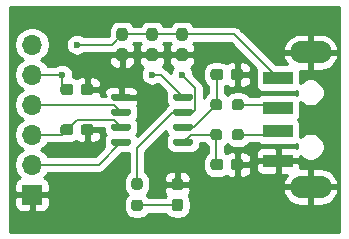
<source format=gbr>
%TF.GenerationSoftware,KiCad,Pcbnew,(5.1.8-0-10_14)*%
%TF.CreationDate,2020-12-28T10:26:33+08:00*%
%TF.ProjectId,HT42B534USB2UART,48543432-4235-4333-9455-534232554152,rev?*%
%TF.SameCoordinates,Original*%
%TF.FileFunction,Copper,L1,Top*%
%TF.FilePolarity,Positive*%
%FSLAX46Y46*%
G04 Gerber Fmt 4.6, Leading zero omitted, Abs format (unit mm)*
G04 Created by KiCad (PCBNEW (5.1.8-0-10_14)) date 2020-12-28 10:26:33*
%MOMM*%
%LPD*%
G01*
G04 APERTURE LIST*
%TA.AperFunction,ComponentPad*%
%ADD10O,3.500000X1.900000*%
%TD*%
%TA.AperFunction,SMDPad,CuDef*%
%ADD11R,2.500000X1.100000*%
%TD*%
%TA.AperFunction,ComponentPad*%
%ADD12O,1.700000X1.700000*%
%TD*%
%TA.AperFunction,ComponentPad*%
%ADD13R,1.700000X1.700000*%
%TD*%
%TA.AperFunction,ViaPad*%
%ADD14C,0.600000*%
%TD*%
%TA.AperFunction,Conductor*%
%ADD15C,0.152400*%
%TD*%
%TA.AperFunction,Conductor*%
%ADD16C,0.254000*%
%TD*%
%TA.AperFunction,Conductor*%
%ADD17C,0.100000*%
%TD*%
G04 APERTURE END LIST*
%TO.P,C6,2*%
%TO.N,GND*%
%TA.AperFunction,SMDPad,CuDef*%
G36*
G01*
X87955000Y-86597500D02*
X87955000Y-86122500D01*
G75*
G02*
X88192500Y-85885000I237500J0D01*
G01*
X88792500Y-85885000D01*
G75*
G02*
X89030000Y-86122500I0J-237500D01*
G01*
X89030000Y-86597500D01*
G75*
G02*
X88792500Y-86835000I-237500J0D01*
G01*
X88192500Y-86835000D01*
G75*
G02*
X87955000Y-86597500I0J237500D01*
G01*
G37*
%TD.AperFunction*%
%TO.P,C6,1*%
%TO.N,/D-*%
%TA.AperFunction,SMDPad,CuDef*%
G36*
G01*
X86230000Y-86597500D02*
X86230000Y-86122500D01*
G75*
G02*
X86467500Y-85885000I237500J0D01*
G01*
X87067500Y-85885000D01*
G75*
G02*
X87305000Y-86122500I0J-237500D01*
G01*
X87305000Y-86597500D01*
G75*
G02*
X87067500Y-86835000I-237500J0D01*
G01*
X86467500Y-86835000D01*
G75*
G02*
X86230000Y-86597500I0J237500D01*
G01*
G37*
%TD.AperFunction*%
%TD*%
%TO.P,D1,2*%
%TO.N,Net-(D1-Pad2)*%
%TA.AperFunction,SMDPad,CuDef*%
G36*
G01*
X83187500Y-96870000D02*
X83662500Y-96870000D01*
G75*
G02*
X83900000Y-97107500I0J-237500D01*
G01*
X83900000Y-97682500D01*
G75*
G02*
X83662500Y-97920000I-237500J0D01*
G01*
X83187500Y-97920000D01*
G75*
G02*
X82950000Y-97682500I0J237500D01*
G01*
X82950000Y-97107500D01*
G75*
G02*
X83187500Y-96870000I237500J0D01*
G01*
G37*
%TD.AperFunction*%
%TO.P,D1,1*%
%TO.N,GND*%
%TA.AperFunction,SMDPad,CuDef*%
G36*
G01*
X83187500Y-95120000D02*
X83662500Y-95120000D01*
G75*
G02*
X83900000Y-95357500I0J-237500D01*
G01*
X83900000Y-95932500D01*
G75*
G02*
X83662500Y-96170000I-237500J0D01*
G01*
X83187500Y-96170000D01*
G75*
G02*
X82950000Y-95932500I0J237500D01*
G01*
X82950000Y-95357500D01*
G75*
G02*
X83187500Y-95120000I237500J0D01*
G01*
G37*
%TD.AperFunction*%
%TD*%
%TO.P,C2,2*%
%TO.N,GND*%
%TA.AperFunction,SMDPad,CuDef*%
G36*
G01*
X83582500Y-84145000D02*
X84057500Y-84145000D01*
G75*
G02*
X84295000Y-84382500I0J-237500D01*
G01*
X84295000Y-84982500D01*
G75*
G02*
X84057500Y-85220000I-237500J0D01*
G01*
X83582500Y-85220000D01*
G75*
G02*
X83345000Y-84982500I0J237500D01*
G01*
X83345000Y-84382500D01*
G75*
G02*
X83582500Y-84145000I237500J0D01*
G01*
G37*
%TD.AperFunction*%
%TO.P,C2,1*%
%TO.N,VDD*%
%TA.AperFunction,SMDPad,CuDef*%
G36*
G01*
X83582500Y-82420000D02*
X84057500Y-82420000D01*
G75*
G02*
X84295000Y-82657500I0J-237500D01*
G01*
X84295000Y-83257500D01*
G75*
G02*
X84057500Y-83495000I-237500J0D01*
G01*
X83582500Y-83495000D01*
G75*
G02*
X83345000Y-83257500I0J237500D01*
G01*
X83345000Y-82657500D01*
G75*
G02*
X83582500Y-82420000I237500J0D01*
G01*
G37*
%TD.AperFunction*%
%TD*%
%TO.P,C3,2*%
%TO.N,GND*%
%TA.AperFunction,SMDPad,CuDef*%
G36*
G01*
X75255000Y-87867500D02*
X75255000Y-87392500D01*
G75*
G02*
X75492500Y-87155000I237500J0D01*
G01*
X76092500Y-87155000D01*
G75*
G02*
X76330000Y-87392500I0J-237500D01*
G01*
X76330000Y-87867500D01*
G75*
G02*
X76092500Y-88105000I-237500J0D01*
G01*
X75492500Y-88105000D01*
G75*
G02*
X75255000Y-87867500I0J237500D01*
G01*
G37*
%TD.AperFunction*%
%TO.P,C3,1*%
%TO.N,/V33O*%
%TA.AperFunction,SMDPad,CuDef*%
G36*
G01*
X73530000Y-87867500D02*
X73530000Y-87392500D01*
G75*
G02*
X73767500Y-87155000I237500J0D01*
G01*
X74367500Y-87155000D01*
G75*
G02*
X74605000Y-87392500I0J-237500D01*
G01*
X74605000Y-87867500D01*
G75*
G02*
X74367500Y-88105000I-237500J0D01*
G01*
X73767500Y-88105000D01*
G75*
G02*
X73530000Y-87867500I0J237500D01*
G01*
G37*
%TD.AperFunction*%
%TD*%
%TO.P,R1,2*%
%TO.N,Net-(J1-Pad2)*%
%TA.AperFunction,SMDPad,CuDef*%
G36*
G01*
X88055000Y-89137500D02*
X88055000Y-88662500D01*
G75*
G02*
X88292500Y-88425000I237500J0D01*
G01*
X88792500Y-88425000D01*
G75*
G02*
X89030000Y-88662500I0J-237500D01*
G01*
X89030000Y-89137500D01*
G75*
G02*
X88792500Y-89375000I-237500J0D01*
G01*
X88292500Y-89375000D01*
G75*
G02*
X88055000Y-89137500I0J237500D01*
G01*
G37*
%TD.AperFunction*%
%TO.P,R1,1*%
%TO.N,/D-*%
%TA.AperFunction,SMDPad,CuDef*%
G36*
G01*
X86230000Y-89137500D02*
X86230000Y-88662500D01*
G75*
G02*
X86467500Y-88425000I237500J0D01*
G01*
X86967500Y-88425000D01*
G75*
G02*
X87205000Y-88662500I0J-237500D01*
G01*
X87205000Y-89137500D01*
G75*
G02*
X86967500Y-89375000I-237500J0D01*
G01*
X86467500Y-89375000D01*
G75*
G02*
X86230000Y-89137500I0J237500D01*
G01*
G37*
%TD.AperFunction*%
%TD*%
%TO.P,R3,2*%
%TO.N,Net-(D1-Pad2)*%
%TA.AperFunction,SMDPad,CuDef*%
G36*
G01*
X79772500Y-96945000D02*
X80247500Y-96945000D01*
G75*
G02*
X80485000Y-97182500I0J-237500D01*
G01*
X80485000Y-97682500D01*
G75*
G02*
X80247500Y-97920000I-237500J0D01*
G01*
X79772500Y-97920000D01*
G75*
G02*
X79535000Y-97682500I0J237500D01*
G01*
X79535000Y-97182500D01*
G75*
G02*
X79772500Y-96945000I237500J0D01*
G01*
G37*
%TD.AperFunction*%
%TO.P,R3,1*%
%TO.N,VDD*%
%TA.AperFunction,SMDPad,CuDef*%
G36*
G01*
X79772500Y-95120000D02*
X80247500Y-95120000D01*
G75*
G02*
X80485000Y-95357500I0J-237500D01*
G01*
X80485000Y-95857500D01*
G75*
G02*
X80247500Y-96095000I-237500J0D01*
G01*
X79772500Y-96095000D01*
G75*
G02*
X79535000Y-95857500I0J237500D01*
G01*
X79535000Y-95357500D01*
G75*
G02*
X79772500Y-95120000I237500J0D01*
G01*
G37*
%TD.AperFunction*%
%TD*%
%TO.P,R2,2*%
%TO.N,Net-(J1-Pad3)*%
%TA.AperFunction,SMDPad,CuDef*%
G36*
G01*
X88055000Y-91677500D02*
X88055000Y-91202500D01*
G75*
G02*
X88292500Y-90965000I237500J0D01*
G01*
X88792500Y-90965000D01*
G75*
G02*
X89030000Y-91202500I0J-237500D01*
G01*
X89030000Y-91677500D01*
G75*
G02*
X88792500Y-91915000I-237500J0D01*
G01*
X88292500Y-91915000D01*
G75*
G02*
X88055000Y-91677500I0J237500D01*
G01*
G37*
%TD.AperFunction*%
%TO.P,R2,1*%
%TO.N,/D+*%
%TA.AperFunction,SMDPad,CuDef*%
G36*
G01*
X86230000Y-91677500D02*
X86230000Y-91202500D01*
G75*
G02*
X86467500Y-90965000I237500J0D01*
G01*
X86967500Y-90965000D01*
G75*
G02*
X87205000Y-91202500I0J-237500D01*
G01*
X87205000Y-91677500D01*
G75*
G02*
X86967500Y-91915000I-237500J0D01*
G01*
X86467500Y-91915000D01*
G75*
G02*
X86230000Y-91677500I0J237500D01*
G01*
G37*
%TD.AperFunction*%
%TD*%
D10*
%TO.P,J1,5*%
%TO.N,GND*%
X94700000Y-95870000D03*
X94700000Y-84470000D03*
D11*
%TO.P,J1,4*%
X91950000Y-93670000D03*
%TO.P,J1,1*%
%TO.N,VDD*%
X91950000Y-86670000D03*
%TO.P,J1,3*%
%TO.N,Net-(J1-Pad3)*%
X91950000Y-91170000D03*
%TO.P,J1,2*%
%TO.N,Net-(J1-Pad2)*%
X91950000Y-89170000D03*
%TD*%
%TO.P,C7,2*%
%TO.N,GND*%
%TA.AperFunction,SMDPad,CuDef*%
G36*
G01*
X87955000Y-94217500D02*
X87955000Y-93742500D01*
G75*
G02*
X88192500Y-93505000I237500J0D01*
G01*
X88792500Y-93505000D01*
G75*
G02*
X89030000Y-93742500I0J-237500D01*
G01*
X89030000Y-94217500D01*
G75*
G02*
X88792500Y-94455000I-237500J0D01*
G01*
X88192500Y-94455000D01*
G75*
G02*
X87955000Y-94217500I0J237500D01*
G01*
G37*
%TD.AperFunction*%
%TO.P,C7,1*%
%TO.N,/D+*%
%TA.AperFunction,SMDPad,CuDef*%
G36*
G01*
X86230000Y-94217500D02*
X86230000Y-93742500D01*
G75*
G02*
X86467500Y-93505000I237500J0D01*
G01*
X87067500Y-93505000D01*
G75*
G02*
X87305000Y-93742500I0J-237500D01*
G01*
X87305000Y-94217500D01*
G75*
G02*
X87067500Y-94455000I-237500J0D01*
G01*
X86467500Y-94455000D01*
G75*
G02*
X86230000Y-94217500I0J237500D01*
G01*
G37*
%TD.AperFunction*%
%TD*%
%TO.P,U1,8*%
%TO.N,/V33O*%
%TA.AperFunction,SMDPad,CuDef*%
G36*
G01*
X83080000Y-88415000D02*
X83080000Y-88115000D01*
G75*
G02*
X83230000Y-87965000I150000J0D01*
G01*
X84580000Y-87965000D01*
G75*
G02*
X84730000Y-88115000I0J-150000D01*
G01*
X84730000Y-88415000D01*
G75*
G02*
X84580000Y-88565000I-150000J0D01*
G01*
X83230000Y-88565000D01*
G75*
G02*
X83080000Y-88415000I0J150000D01*
G01*
G37*
%TD.AperFunction*%
%TO.P,U1,7*%
%TO.N,VDD*%
%TA.AperFunction,SMDPad,CuDef*%
G36*
G01*
X83080000Y-89685000D02*
X83080000Y-89385000D01*
G75*
G02*
X83230000Y-89235000I150000J0D01*
G01*
X84580000Y-89235000D01*
G75*
G02*
X84730000Y-89385000I0J-150000D01*
G01*
X84730000Y-89685000D01*
G75*
G02*
X84580000Y-89835000I-150000J0D01*
G01*
X83230000Y-89835000D01*
G75*
G02*
X83080000Y-89685000I0J150000D01*
G01*
G37*
%TD.AperFunction*%
%TO.P,U1,6*%
%TO.N,/D-*%
%TA.AperFunction,SMDPad,CuDef*%
G36*
G01*
X83080000Y-90955000D02*
X83080000Y-90655000D01*
G75*
G02*
X83230000Y-90505000I150000J0D01*
G01*
X84580000Y-90505000D01*
G75*
G02*
X84730000Y-90655000I0J-150000D01*
G01*
X84730000Y-90955000D01*
G75*
G02*
X84580000Y-91105000I-150000J0D01*
G01*
X83230000Y-91105000D01*
G75*
G02*
X83080000Y-90955000I0J150000D01*
G01*
G37*
%TD.AperFunction*%
%TO.P,U1,5*%
%TO.N,/D+*%
%TA.AperFunction,SMDPad,CuDef*%
G36*
G01*
X83080000Y-92225000D02*
X83080000Y-91925000D01*
G75*
G02*
X83230000Y-91775000I150000J0D01*
G01*
X84580000Y-91775000D01*
G75*
G02*
X84730000Y-91925000I0J-150000D01*
G01*
X84730000Y-92225000D01*
G75*
G02*
X84580000Y-92375000I-150000J0D01*
G01*
X83230000Y-92375000D01*
G75*
G02*
X83080000Y-92225000I0J150000D01*
G01*
G37*
%TD.AperFunction*%
%TO.P,U1,4*%
%TO.N,/RX*%
%TA.AperFunction,SMDPad,CuDef*%
G36*
G01*
X77830000Y-92225000D02*
X77830000Y-91925000D01*
G75*
G02*
X77980000Y-91775000I150000J0D01*
G01*
X79330000Y-91775000D01*
G75*
G02*
X79480000Y-91925000I0J-150000D01*
G01*
X79480000Y-92225000D01*
G75*
G02*
X79330000Y-92375000I-150000J0D01*
G01*
X77980000Y-92375000D01*
G75*
G02*
X77830000Y-92225000I0J150000D01*
G01*
G37*
%TD.AperFunction*%
%TO.P,U1,3*%
%TO.N,VDDA*%
%TA.AperFunction,SMDPad,CuDef*%
G36*
G01*
X77830000Y-90955000D02*
X77830000Y-90655000D01*
G75*
G02*
X77980000Y-90505000I150000J0D01*
G01*
X79330000Y-90505000D01*
G75*
G02*
X79480000Y-90655000I0J-150000D01*
G01*
X79480000Y-90955000D01*
G75*
G02*
X79330000Y-91105000I-150000J0D01*
G01*
X77980000Y-91105000D01*
G75*
G02*
X77830000Y-90955000I0J150000D01*
G01*
G37*
%TD.AperFunction*%
%TO.P,U1,2*%
%TO.N,/TX*%
%TA.AperFunction,SMDPad,CuDef*%
G36*
G01*
X77830000Y-89685000D02*
X77830000Y-89385000D01*
G75*
G02*
X77980000Y-89235000I150000J0D01*
G01*
X79330000Y-89235000D01*
G75*
G02*
X79480000Y-89385000I0J-150000D01*
G01*
X79480000Y-89685000D01*
G75*
G02*
X79330000Y-89835000I-150000J0D01*
G01*
X77980000Y-89835000D01*
G75*
G02*
X77830000Y-89685000I0J150000D01*
G01*
G37*
%TD.AperFunction*%
%TO.P,U1,1*%
%TO.N,GND*%
%TA.AperFunction,SMDPad,CuDef*%
G36*
G01*
X77830000Y-88415000D02*
X77830000Y-88115000D01*
G75*
G02*
X77980000Y-87965000I150000J0D01*
G01*
X79330000Y-87965000D01*
G75*
G02*
X79480000Y-88115000I0J-150000D01*
G01*
X79480000Y-88415000D01*
G75*
G02*
X79330000Y-88565000I-150000J0D01*
G01*
X77980000Y-88565000D01*
G75*
G02*
X77830000Y-88415000I0J150000D01*
G01*
G37*
%TD.AperFunction*%
%TD*%
D12*
%TO.P,J2,6*%
%TO.N,VDD*%
X71120000Y-83820000D03*
%TO.P,J2,5*%
%TO.N,/V33O*%
X71120000Y-86360000D03*
%TO.P,J2,4*%
%TO.N,/TX*%
X71120000Y-88900000D03*
%TO.P,J2,3*%
%TO.N,VDDA*%
X71120000Y-91440000D03*
%TO.P,J2,2*%
%TO.N,/RX*%
X71120000Y-93980000D03*
D13*
%TO.P,J2,1*%
%TO.N,GND*%
X71120000Y-96520000D03*
%TD*%
%TO.P,C5,2*%
%TO.N,GND*%
%TA.AperFunction,SMDPad,CuDef*%
G36*
G01*
X81042500Y-84145000D02*
X81517500Y-84145000D01*
G75*
G02*
X81755000Y-84382500I0J-237500D01*
G01*
X81755000Y-84982500D01*
G75*
G02*
X81517500Y-85220000I-237500J0D01*
G01*
X81042500Y-85220000D01*
G75*
G02*
X80805000Y-84982500I0J237500D01*
G01*
X80805000Y-84382500D01*
G75*
G02*
X81042500Y-84145000I237500J0D01*
G01*
G37*
%TD.AperFunction*%
%TO.P,C5,1*%
%TO.N,VDD*%
%TA.AperFunction,SMDPad,CuDef*%
G36*
G01*
X81042500Y-82420000D02*
X81517500Y-82420000D01*
G75*
G02*
X81755000Y-82657500I0J-237500D01*
G01*
X81755000Y-83257500D01*
G75*
G02*
X81517500Y-83495000I-237500J0D01*
G01*
X81042500Y-83495000D01*
G75*
G02*
X80805000Y-83257500I0J237500D01*
G01*
X80805000Y-82657500D01*
G75*
G02*
X81042500Y-82420000I237500J0D01*
G01*
G37*
%TD.AperFunction*%
%TD*%
%TO.P,C4,2*%
%TO.N,GND*%
%TA.AperFunction,SMDPad,CuDef*%
G36*
G01*
X78502500Y-84145000D02*
X78977500Y-84145000D01*
G75*
G02*
X79215000Y-84382500I0J-237500D01*
G01*
X79215000Y-84982500D01*
G75*
G02*
X78977500Y-85220000I-237500J0D01*
G01*
X78502500Y-85220000D01*
G75*
G02*
X78265000Y-84982500I0J237500D01*
G01*
X78265000Y-84382500D01*
G75*
G02*
X78502500Y-84145000I237500J0D01*
G01*
G37*
%TD.AperFunction*%
%TO.P,C4,1*%
%TO.N,VDD*%
%TA.AperFunction,SMDPad,CuDef*%
G36*
G01*
X78502500Y-82420000D02*
X78977500Y-82420000D01*
G75*
G02*
X79215000Y-82657500I0J-237500D01*
G01*
X79215000Y-83257500D01*
G75*
G02*
X78977500Y-83495000I-237500J0D01*
G01*
X78502500Y-83495000D01*
G75*
G02*
X78265000Y-83257500I0J237500D01*
G01*
X78265000Y-82657500D01*
G75*
G02*
X78502500Y-82420000I237500J0D01*
G01*
G37*
%TD.AperFunction*%
%TD*%
%TO.P,C1,2*%
%TO.N,GND*%
%TA.AperFunction,SMDPad,CuDef*%
G36*
G01*
X75255000Y-91270000D02*
X75255000Y-90795000D01*
G75*
G02*
X75492500Y-90557500I237500J0D01*
G01*
X76092500Y-90557500D01*
G75*
G02*
X76330000Y-90795000I0J-237500D01*
G01*
X76330000Y-91270000D01*
G75*
G02*
X76092500Y-91507500I-237500J0D01*
G01*
X75492500Y-91507500D01*
G75*
G02*
X75255000Y-91270000I0J237500D01*
G01*
G37*
%TD.AperFunction*%
%TO.P,C1,1*%
%TO.N,VDDA*%
%TA.AperFunction,SMDPad,CuDef*%
G36*
G01*
X73530000Y-91270000D02*
X73530000Y-90795000D01*
G75*
G02*
X73767500Y-90557500I237500J0D01*
G01*
X74367500Y-90557500D01*
G75*
G02*
X74605000Y-90795000I0J-237500D01*
G01*
X74605000Y-91270000D01*
G75*
G02*
X74367500Y-91507500I-237500J0D01*
G01*
X73767500Y-91507500D01*
G75*
G02*
X73530000Y-91270000I0J237500D01*
G01*
G37*
%TD.AperFunction*%
%TD*%
D14*
%TO.N,GND*%
X76200000Y-92710000D03*
%TO.N,VDD*%
X74930000Y-83820000D03*
X83820000Y-86360000D03*
X71120000Y-83820000D03*
%TO.N,/V33O*%
X73660000Y-86360000D03*
X81280000Y-86360000D03*
%TD*%
D15*
%TO.N,VDDA*%
X73660000Y-91440000D02*
X74067500Y-91032500D01*
X71120000Y-91440000D02*
X73660000Y-91440000D01*
X74067500Y-91032500D02*
X74930000Y-90170000D01*
X78020000Y-90170000D02*
X78655000Y-90805000D01*
X74930000Y-90170000D02*
X78020000Y-90170000D01*
%TO.N,VDD*%
X77877500Y-83820000D02*
X78740000Y-82957500D01*
X74930000Y-83820000D02*
X77877500Y-83820000D01*
X78740000Y-82957500D02*
X83820000Y-82957500D01*
X88237500Y-82957500D02*
X91950000Y-86670000D01*
X83820000Y-82957500D02*
X88237500Y-82957500D01*
X84730000Y-89535000D02*
X83905000Y-89535000D01*
X84933210Y-89331790D02*
X84730000Y-89535000D01*
X84933210Y-87473210D02*
X84933210Y-89331790D01*
X83820000Y-86360000D02*
X84933210Y-87473210D01*
X80010000Y-92605000D02*
X80010000Y-95607500D01*
X83080000Y-89535000D02*
X80010000Y-92605000D01*
X83905000Y-89535000D02*
X83080000Y-89535000D01*
%TO.N,/V33O*%
X71120000Y-86360000D02*
X73660000Y-86360000D01*
X73660000Y-87222500D02*
X74067500Y-87630000D01*
X73660000Y-86360000D02*
X73660000Y-87222500D01*
X82000000Y-86360000D02*
X83905000Y-88265000D01*
X81280000Y-86360000D02*
X82000000Y-86360000D01*
%TO.N,/D-*%
X86767500Y-88850000D02*
X86717500Y-88900000D01*
X86767500Y-86360000D02*
X86767500Y-88850000D01*
X84812500Y-90805000D02*
X83905000Y-90805000D01*
X86717500Y-88900000D02*
X84812500Y-90805000D01*
%TO.N,/D+*%
X84540000Y-91440000D02*
X83905000Y-92075000D01*
X86717500Y-91440000D02*
X84540000Y-91440000D01*
X86717500Y-93930000D02*
X86767500Y-93980000D01*
X86717500Y-91440000D02*
X86717500Y-93930000D01*
%TO.N,Net-(D1-Pad2)*%
X83387500Y-97432500D02*
X83425000Y-97395000D01*
X80010000Y-97432500D02*
X83387500Y-97432500D01*
%TO.N,Net-(J1-Pad3)*%
X91680000Y-91440000D02*
X91950000Y-91170000D01*
X88542500Y-91440000D02*
X91680000Y-91440000D01*
%TO.N,Net-(J1-Pad2)*%
X91680000Y-88900000D02*
X91950000Y-89170000D01*
X88542500Y-88900000D02*
X91680000Y-88900000D01*
%TO.N,/RX*%
X76750000Y-93980000D02*
X78655000Y-92075000D01*
X71120000Y-93980000D02*
X76750000Y-93980000D01*
%TO.N,/TX*%
X78020000Y-88900000D02*
X78655000Y-89535000D01*
X71120000Y-88900000D02*
X78020000Y-88900000D01*
%TD*%
D16*
%TO.N,GND*%
X97130001Y-99670000D02*
X69240000Y-99670000D01*
X69240000Y-97370000D01*
X69631928Y-97370000D01*
X69644188Y-97494482D01*
X69680498Y-97614180D01*
X69739463Y-97724494D01*
X69818815Y-97821185D01*
X69915506Y-97900537D01*
X70025820Y-97959502D01*
X70145518Y-97995812D01*
X70270000Y-98008072D01*
X70834250Y-98005000D01*
X70993000Y-97846250D01*
X70993000Y-96647000D01*
X71247000Y-96647000D01*
X71247000Y-97846250D01*
X71405750Y-98005000D01*
X71970000Y-98008072D01*
X72094482Y-97995812D01*
X72214180Y-97959502D01*
X72324494Y-97900537D01*
X72421185Y-97821185D01*
X72500537Y-97724494D01*
X72559502Y-97614180D01*
X72595812Y-97494482D01*
X72608072Y-97370000D01*
X72605000Y-96805750D01*
X72446250Y-96647000D01*
X71247000Y-96647000D01*
X70993000Y-96647000D01*
X69793750Y-96647000D01*
X69635000Y-96805750D01*
X69631928Y-97370000D01*
X69240000Y-97370000D01*
X69240000Y-95670000D01*
X69631928Y-95670000D01*
X69635000Y-96234250D01*
X69793750Y-96393000D01*
X70993000Y-96393000D01*
X70993000Y-96373000D01*
X71247000Y-96373000D01*
X71247000Y-96393000D01*
X72446250Y-96393000D01*
X72605000Y-96234250D01*
X72608072Y-95670000D01*
X72595812Y-95545518D01*
X72559502Y-95425820D01*
X72500537Y-95315506D01*
X72421185Y-95218815D01*
X72324494Y-95139463D01*
X72214180Y-95080498D01*
X72141620Y-95058487D01*
X72273475Y-94926632D01*
X72430786Y-94691200D01*
X76715074Y-94691200D01*
X76750000Y-94694640D01*
X76784926Y-94691200D01*
X76784936Y-94691200D01*
X76889420Y-94680909D01*
X77023481Y-94640242D01*
X77147033Y-94574202D01*
X77255327Y-94485327D01*
X77277602Y-94458185D01*
X78722716Y-93013072D01*
X79298800Y-93013072D01*
X79298801Y-94622677D01*
X79286058Y-94629488D01*
X79153377Y-94738377D01*
X79044488Y-94871058D01*
X78963577Y-95022433D01*
X78913752Y-95186684D01*
X78896928Y-95357500D01*
X78896928Y-95857500D01*
X78913752Y-96028316D01*
X78963577Y-96192567D01*
X79044488Y-96343942D01*
X79153377Y-96476623D01*
X79206232Y-96520000D01*
X79153377Y-96563377D01*
X79044488Y-96696058D01*
X78963577Y-96847433D01*
X78913752Y-97011684D01*
X78896928Y-97182500D01*
X78896928Y-97682500D01*
X78913752Y-97853316D01*
X78963577Y-98017567D01*
X79044488Y-98168942D01*
X79153377Y-98301623D01*
X79286058Y-98410512D01*
X79437433Y-98491423D01*
X79601684Y-98541248D01*
X79772500Y-98558072D01*
X80247500Y-98558072D01*
X80418316Y-98541248D01*
X80582567Y-98491423D01*
X80733942Y-98410512D01*
X80866623Y-98301623D01*
X80975512Y-98168942D01*
X80989004Y-98143700D01*
X82445996Y-98143700D01*
X82459488Y-98168942D01*
X82568377Y-98301623D01*
X82701058Y-98410512D01*
X82852433Y-98491423D01*
X83016684Y-98541248D01*
X83187500Y-98558072D01*
X83662500Y-98558072D01*
X83833316Y-98541248D01*
X83997567Y-98491423D01*
X84148942Y-98410512D01*
X84281623Y-98301623D01*
X84390512Y-98168942D01*
X84471423Y-98017567D01*
X84521248Y-97853316D01*
X84538072Y-97682500D01*
X84538072Y-97107500D01*
X84521248Y-96936684D01*
X84471423Y-96772433D01*
X84390512Y-96621058D01*
X84370901Y-96597161D01*
X84430537Y-96524494D01*
X84489502Y-96414180D01*
X84525812Y-96294482D01*
X84530922Y-96242588D01*
X92359414Y-96242588D01*
X92387051Y-96359221D01*
X92511564Y-96644983D01*
X92689434Y-96900962D01*
X92913825Y-97117322D01*
X93176114Y-97285748D01*
X93466222Y-97399768D01*
X93773000Y-97455000D01*
X94573000Y-97455000D01*
X94573000Y-95997000D01*
X94827000Y-95997000D01*
X94827000Y-97455000D01*
X95627000Y-97455000D01*
X95933778Y-97399768D01*
X96223886Y-97285748D01*
X96486175Y-97117322D01*
X96710566Y-96900962D01*
X96888436Y-96644983D01*
X97012949Y-96359221D01*
X97040586Y-96242588D01*
X96920584Y-95997000D01*
X94827000Y-95997000D01*
X94573000Y-95997000D01*
X92479416Y-95997000D01*
X92359414Y-96242588D01*
X84530922Y-96242588D01*
X84538072Y-96170000D01*
X84535000Y-95930750D01*
X84376250Y-95772000D01*
X83552000Y-95772000D01*
X83552000Y-95792000D01*
X83298000Y-95792000D01*
X83298000Y-95772000D01*
X82473750Y-95772000D01*
X82315000Y-95930750D01*
X82311928Y-96170000D01*
X82324188Y-96294482D01*
X82360498Y-96414180D01*
X82419463Y-96524494D01*
X82479099Y-96597161D01*
X82459488Y-96621058D01*
X82405908Y-96721300D01*
X80989004Y-96721300D01*
X80975512Y-96696058D01*
X80866623Y-96563377D01*
X80813768Y-96520000D01*
X80866623Y-96476623D01*
X80975512Y-96343942D01*
X81056423Y-96192567D01*
X81106248Y-96028316D01*
X81123072Y-95857500D01*
X81123072Y-95357500D01*
X81106248Y-95186684D01*
X81086020Y-95120000D01*
X82311928Y-95120000D01*
X82315000Y-95359250D01*
X82473750Y-95518000D01*
X83298000Y-95518000D01*
X83298000Y-94643750D01*
X83552000Y-94643750D01*
X83552000Y-95518000D01*
X84376250Y-95518000D01*
X84535000Y-95359250D01*
X84538072Y-95120000D01*
X84525812Y-94995518D01*
X84489502Y-94875820D01*
X84430537Y-94765506D01*
X84351185Y-94668815D01*
X84254494Y-94589463D01*
X84144180Y-94530498D01*
X84024482Y-94494188D01*
X83900000Y-94481928D01*
X83710750Y-94485000D01*
X83552000Y-94643750D01*
X83298000Y-94643750D01*
X83139250Y-94485000D01*
X82950000Y-94481928D01*
X82825518Y-94494188D01*
X82705820Y-94530498D01*
X82595506Y-94589463D01*
X82498815Y-94668815D01*
X82419463Y-94765506D01*
X82360498Y-94875820D01*
X82324188Y-94995518D01*
X82311928Y-95120000D01*
X81086020Y-95120000D01*
X81056423Y-95022433D01*
X80975512Y-94871058D01*
X80866623Y-94738377D01*
X80733942Y-94629488D01*
X80721200Y-94622677D01*
X80721200Y-92899587D01*
X82469865Y-91150923D01*
X82501916Y-91256582D01*
X82574742Y-91392829D01*
X82613454Y-91440000D01*
X82574742Y-91487171D01*
X82501916Y-91623418D01*
X82457071Y-91771255D01*
X82441928Y-91925000D01*
X82441928Y-92225000D01*
X82457071Y-92378745D01*
X82501916Y-92526582D01*
X82574742Y-92662829D01*
X82672749Y-92782251D01*
X82792171Y-92880258D01*
X82928418Y-92953084D01*
X83076255Y-92997929D01*
X83230000Y-93013072D01*
X84580000Y-93013072D01*
X84733745Y-92997929D01*
X84881582Y-92953084D01*
X85017829Y-92880258D01*
X85137251Y-92782251D01*
X85235258Y-92662829D01*
X85308084Y-92526582D01*
X85352929Y-92378745D01*
X85368072Y-92225000D01*
X85368072Y-92151200D01*
X85732677Y-92151200D01*
X85739488Y-92163942D01*
X85848377Y-92296623D01*
X85981058Y-92405512D01*
X86006300Y-92419004D01*
X86006301Y-93000996D01*
X85981058Y-93014488D01*
X85848377Y-93123377D01*
X85739488Y-93256058D01*
X85658577Y-93407433D01*
X85608752Y-93571684D01*
X85591928Y-93742500D01*
X85591928Y-94217500D01*
X85608752Y-94388316D01*
X85658577Y-94552567D01*
X85739488Y-94703942D01*
X85848377Y-94836623D01*
X85981058Y-94945512D01*
X86132433Y-95026423D01*
X86296684Y-95076248D01*
X86467500Y-95093072D01*
X87067500Y-95093072D01*
X87238316Y-95076248D01*
X87402567Y-95026423D01*
X87552606Y-94946226D01*
X87600506Y-94985537D01*
X87710820Y-95044502D01*
X87830518Y-95080812D01*
X87955000Y-95093072D01*
X88206750Y-95090000D01*
X88365500Y-94931250D01*
X88365500Y-94107000D01*
X88619500Y-94107000D01*
X88619500Y-94931250D01*
X88778250Y-95090000D01*
X89030000Y-95093072D01*
X89154482Y-95080812D01*
X89274180Y-95044502D01*
X89384494Y-94985537D01*
X89481185Y-94906185D01*
X89560537Y-94809494D01*
X89619502Y-94699180D01*
X89655812Y-94579482D01*
X89668072Y-94455000D01*
X89665000Y-94265750D01*
X89619250Y-94220000D01*
X90061928Y-94220000D01*
X90074188Y-94344482D01*
X90110498Y-94464180D01*
X90169463Y-94574494D01*
X90248815Y-94671185D01*
X90345506Y-94750537D01*
X90455820Y-94809502D01*
X90575518Y-94845812D01*
X90700000Y-94858072D01*
X91664250Y-94855000D01*
X91823000Y-94696250D01*
X91823000Y-93797000D01*
X92077000Y-93797000D01*
X92077000Y-94696250D01*
X92235750Y-94855000D01*
X92677365Y-94856407D01*
X92511564Y-95095017D01*
X92387051Y-95380779D01*
X92359414Y-95497412D01*
X92479416Y-95743000D01*
X94573000Y-95743000D01*
X94573000Y-94285000D01*
X94827000Y-94285000D01*
X94827000Y-95743000D01*
X96920584Y-95743000D01*
X97040586Y-95497412D01*
X97012949Y-95380779D01*
X96888436Y-95095017D01*
X96710566Y-94839038D01*
X96486175Y-94622678D01*
X96223886Y-94454252D01*
X95933778Y-94340232D01*
X95627000Y-94285000D01*
X94827000Y-94285000D01*
X94573000Y-94285000D01*
X93831670Y-94285000D01*
X93838072Y-94220000D01*
X93835000Y-93955750D01*
X93676250Y-93797000D01*
X92077000Y-93797000D01*
X91823000Y-93797000D01*
X90223750Y-93797000D01*
X90065000Y-93955750D01*
X90061928Y-94220000D01*
X89619250Y-94220000D01*
X89506250Y-94107000D01*
X88619500Y-94107000D01*
X88365500Y-94107000D01*
X88345500Y-94107000D01*
X88345500Y-93853000D01*
X88365500Y-93853000D01*
X88365500Y-93028750D01*
X88619500Y-93028750D01*
X88619500Y-93853000D01*
X89506250Y-93853000D01*
X89665000Y-93694250D01*
X89668072Y-93505000D01*
X89655812Y-93380518D01*
X89619502Y-93260820D01*
X89560537Y-93150506D01*
X89535502Y-93120000D01*
X90061928Y-93120000D01*
X90065000Y-93384250D01*
X90223750Y-93543000D01*
X91823000Y-93543000D01*
X91823000Y-92643750D01*
X91664250Y-92485000D01*
X90700000Y-92481928D01*
X90575518Y-92494188D01*
X90455820Y-92530498D01*
X90345506Y-92589463D01*
X90248815Y-92668815D01*
X90169463Y-92765506D01*
X90110498Y-92875820D01*
X90074188Y-92995518D01*
X90061928Y-93120000D01*
X89535502Y-93120000D01*
X89481185Y-93053815D01*
X89384494Y-92974463D01*
X89274180Y-92915498D01*
X89154482Y-92879188D01*
X89030000Y-92866928D01*
X88778250Y-92870000D01*
X88619500Y-93028750D01*
X88365500Y-93028750D01*
X88206750Y-92870000D01*
X87955000Y-92866928D01*
X87830518Y-92879188D01*
X87710820Y-92915498D01*
X87600506Y-92974463D01*
X87552606Y-93013774D01*
X87428700Y-92947545D01*
X87428700Y-92419004D01*
X87453942Y-92405512D01*
X87586623Y-92296623D01*
X87630000Y-92243768D01*
X87673377Y-92296623D01*
X87806058Y-92405512D01*
X87957433Y-92486423D01*
X88121684Y-92536248D01*
X88292500Y-92553072D01*
X88792500Y-92553072D01*
X88963316Y-92536248D01*
X89127567Y-92486423D01*
X89278942Y-92405512D01*
X89411623Y-92296623D01*
X89520512Y-92163942D01*
X89527323Y-92151200D01*
X90232414Y-92151200D01*
X90248815Y-92171185D01*
X90345506Y-92250537D01*
X90455820Y-92309502D01*
X90575518Y-92345812D01*
X90700000Y-92358072D01*
X93200000Y-92358072D01*
X93324482Y-92345812D01*
X93444180Y-92309502D01*
X93533171Y-92261934D01*
X93515000Y-92353288D01*
X93515000Y-92568353D01*
X93444180Y-92530498D01*
X93324482Y-92494188D01*
X93200000Y-92481928D01*
X92235750Y-92485000D01*
X92077000Y-92643750D01*
X92077000Y-93543000D01*
X93676250Y-93543000D01*
X93835000Y-93384250D01*
X93836188Y-93282032D01*
X93944606Y-93390450D01*
X94138692Y-93520134D01*
X94354348Y-93609461D01*
X94583288Y-93655000D01*
X94816712Y-93655000D01*
X95045652Y-93609461D01*
X95261308Y-93520134D01*
X95455394Y-93390450D01*
X95620450Y-93225394D01*
X95750134Y-93031308D01*
X95839461Y-92815652D01*
X95885000Y-92586712D01*
X95885000Y-92353288D01*
X95839461Y-92124348D01*
X95750134Y-91908692D01*
X95620450Y-91714606D01*
X95455394Y-91549550D01*
X95261308Y-91419866D01*
X95045652Y-91330539D01*
X94816712Y-91285000D01*
X94583288Y-91285000D01*
X94354348Y-91330539D01*
X94138692Y-91419866D01*
X93944606Y-91549550D01*
X93838072Y-91656084D01*
X93838072Y-90620000D01*
X93825812Y-90495518D01*
X93789502Y-90375820D01*
X93730537Y-90265506D01*
X93652158Y-90170000D01*
X93730537Y-90074494D01*
X93789502Y-89964180D01*
X93825812Y-89844482D01*
X93838072Y-89720000D01*
X93838072Y-88683916D01*
X93944606Y-88790450D01*
X94138692Y-88920134D01*
X94354348Y-89009461D01*
X94583288Y-89055000D01*
X94816712Y-89055000D01*
X95045652Y-89009461D01*
X95261308Y-88920134D01*
X95455394Y-88790450D01*
X95620450Y-88625394D01*
X95750134Y-88431308D01*
X95839461Y-88215652D01*
X95885000Y-87986712D01*
X95885000Y-87753288D01*
X95839461Y-87524348D01*
X95750134Y-87308692D01*
X95620450Y-87114606D01*
X95455394Y-86949550D01*
X95261308Y-86819866D01*
X95045652Y-86730539D01*
X94816712Y-86685000D01*
X94583288Y-86685000D01*
X94354348Y-86730539D01*
X94138692Y-86819866D01*
X93944606Y-86949550D01*
X93838072Y-87056084D01*
X93838072Y-86120000D01*
X93831670Y-86055000D01*
X94573000Y-86055000D01*
X94573000Y-84597000D01*
X94827000Y-84597000D01*
X94827000Y-86055000D01*
X95627000Y-86055000D01*
X95933778Y-85999768D01*
X96223886Y-85885748D01*
X96486175Y-85717322D01*
X96710566Y-85500962D01*
X96888436Y-85244983D01*
X97012949Y-84959221D01*
X97040586Y-84842588D01*
X96920584Y-84597000D01*
X94827000Y-84597000D01*
X94573000Y-84597000D01*
X92479416Y-84597000D01*
X92359414Y-84842588D01*
X92387051Y-84959221D01*
X92511564Y-85244983D01*
X92676208Y-85481928D01*
X91767716Y-85481928D01*
X90383200Y-84097412D01*
X92359414Y-84097412D01*
X92479416Y-84343000D01*
X94573000Y-84343000D01*
X94573000Y-82885000D01*
X94827000Y-82885000D01*
X94827000Y-84343000D01*
X96920584Y-84343000D01*
X97040586Y-84097412D01*
X97012949Y-83980779D01*
X96888436Y-83695017D01*
X96710566Y-83439038D01*
X96486175Y-83222678D01*
X96223886Y-83054252D01*
X95933778Y-82940232D01*
X95627000Y-82885000D01*
X94827000Y-82885000D01*
X94573000Y-82885000D01*
X93773000Y-82885000D01*
X93466222Y-82940232D01*
X93176114Y-83054252D01*
X92913825Y-83222678D01*
X92689434Y-83439038D01*
X92511564Y-83695017D01*
X92387051Y-83980779D01*
X92359414Y-84097412D01*
X90383200Y-84097412D01*
X88765102Y-82479315D01*
X88742827Y-82452173D01*
X88634533Y-82363298D01*
X88510981Y-82297258D01*
X88376920Y-82256591D01*
X88272436Y-82246300D01*
X88272426Y-82246300D01*
X88237500Y-82242860D01*
X88202574Y-82246300D01*
X84825729Y-82246300D01*
X84785512Y-82171058D01*
X84676623Y-82038377D01*
X84543942Y-81929488D01*
X84392567Y-81848577D01*
X84228316Y-81798752D01*
X84057500Y-81781928D01*
X83582500Y-81781928D01*
X83411684Y-81798752D01*
X83247433Y-81848577D01*
X83096058Y-81929488D01*
X82963377Y-82038377D01*
X82854488Y-82171058D01*
X82814271Y-82246300D01*
X82285729Y-82246300D01*
X82245512Y-82171058D01*
X82136623Y-82038377D01*
X82003942Y-81929488D01*
X81852567Y-81848577D01*
X81688316Y-81798752D01*
X81517500Y-81781928D01*
X81042500Y-81781928D01*
X80871684Y-81798752D01*
X80707433Y-81848577D01*
X80556058Y-81929488D01*
X80423377Y-82038377D01*
X80314488Y-82171058D01*
X80274271Y-82246300D01*
X79745729Y-82246300D01*
X79705512Y-82171058D01*
X79596623Y-82038377D01*
X79463942Y-81929488D01*
X79312567Y-81848577D01*
X79148316Y-81798752D01*
X78977500Y-81781928D01*
X78502500Y-81781928D01*
X78331684Y-81798752D01*
X78167433Y-81848577D01*
X78016058Y-81929488D01*
X77883377Y-82038377D01*
X77774488Y-82171058D01*
X77693577Y-82322433D01*
X77643752Y-82486684D01*
X77626928Y-82657500D01*
X77626928Y-83064785D01*
X77582913Y-83108800D01*
X75541090Y-83108800D01*
X75526028Y-83093738D01*
X75372889Y-82991414D01*
X75202729Y-82920932D01*
X75022089Y-82885000D01*
X74837911Y-82885000D01*
X74657271Y-82920932D01*
X74487111Y-82991414D01*
X74333972Y-83093738D01*
X74203738Y-83223972D01*
X74101414Y-83377111D01*
X74030932Y-83547271D01*
X73995000Y-83727911D01*
X73995000Y-83912089D01*
X74030932Y-84092729D01*
X74101414Y-84262889D01*
X74203738Y-84416028D01*
X74333972Y-84546262D01*
X74487111Y-84648586D01*
X74657271Y-84719068D01*
X74837911Y-84755000D01*
X75022089Y-84755000D01*
X75202729Y-84719068D01*
X75372889Y-84648586D01*
X75526028Y-84546262D01*
X75541090Y-84531200D01*
X77764450Y-84531200D01*
X77788750Y-84555500D01*
X78613000Y-84555500D01*
X78613000Y-84535500D01*
X78867000Y-84535500D01*
X78867000Y-84555500D01*
X79691250Y-84555500D01*
X79850000Y-84396750D01*
X79853072Y-84145000D01*
X79840812Y-84020518D01*
X79804502Y-83900820D01*
X79745537Y-83790506D01*
X79706226Y-83742606D01*
X79745729Y-83668700D01*
X80274271Y-83668700D01*
X80313774Y-83742606D01*
X80274463Y-83790506D01*
X80215498Y-83900820D01*
X80179188Y-84020518D01*
X80166928Y-84145000D01*
X80170000Y-84396750D01*
X80328750Y-84555500D01*
X81153000Y-84555500D01*
X81153000Y-84535500D01*
X81407000Y-84535500D01*
X81407000Y-84555500D01*
X82231250Y-84555500D01*
X82390000Y-84396750D01*
X82393072Y-84145000D01*
X82380812Y-84020518D01*
X82344502Y-83900820D01*
X82285537Y-83790506D01*
X82246226Y-83742606D01*
X82285729Y-83668700D01*
X82814271Y-83668700D01*
X82853774Y-83742606D01*
X82814463Y-83790506D01*
X82755498Y-83900820D01*
X82719188Y-84020518D01*
X82706928Y-84145000D01*
X82710000Y-84396750D01*
X82868750Y-84555500D01*
X83693000Y-84555500D01*
X83693000Y-84535500D01*
X83947000Y-84535500D01*
X83947000Y-84555500D01*
X84771250Y-84555500D01*
X84930000Y-84396750D01*
X84933072Y-84145000D01*
X84920812Y-84020518D01*
X84884502Y-83900820D01*
X84825537Y-83790506D01*
X84786226Y-83742606D01*
X84825729Y-83668700D01*
X87942913Y-83668700D01*
X90124269Y-85850057D01*
X90110498Y-85875820D01*
X90074188Y-85995518D01*
X90061928Y-86120000D01*
X90061928Y-87220000D01*
X90074188Y-87344482D01*
X90110498Y-87464180D01*
X90169463Y-87574494D01*
X90248815Y-87671185D01*
X90345506Y-87750537D01*
X90455820Y-87809502D01*
X90575518Y-87845812D01*
X90700000Y-87858072D01*
X93200000Y-87858072D01*
X93324482Y-87845812D01*
X93444180Y-87809502D01*
X93515000Y-87771647D01*
X93515000Y-87986712D01*
X93533171Y-88078066D01*
X93444180Y-88030498D01*
X93324482Y-87994188D01*
X93200000Y-87981928D01*
X90700000Y-87981928D01*
X90575518Y-87994188D01*
X90455820Y-88030498D01*
X90345506Y-88089463D01*
X90248815Y-88168815D01*
X90232414Y-88188800D01*
X89527323Y-88188800D01*
X89520512Y-88176058D01*
X89411623Y-88043377D01*
X89278942Y-87934488D01*
X89127567Y-87853577D01*
X88963316Y-87803752D01*
X88792500Y-87786928D01*
X88292500Y-87786928D01*
X88121684Y-87803752D01*
X87957433Y-87853577D01*
X87806058Y-87934488D01*
X87673377Y-88043377D01*
X87630000Y-88096232D01*
X87586623Y-88043377D01*
X87478700Y-87954806D01*
X87478700Y-87365729D01*
X87552606Y-87326226D01*
X87600506Y-87365537D01*
X87710820Y-87424502D01*
X87830518Y-87460812D01*
X87955000Y-87473072D01*
X88206750Y-87470000D01*
X88365500Y-87311250D01*
X88365500Y-86487000D01*
X88619500Y-86487000D01*
X88619500Y-87311250D01*
X88778250Y-87470000D01*
X89030000Y-87473072D01*
X89154482Y-87460812D01*
X89274180Y-87424502D01*
X89384494Y-87365537D01*
X89481185Y-87286185D01*
X89560537Y-87189494D01*
X89619502Y-87079180D01*
X89655812Y-86959482D01*
X89668072Y-86835000D01*
X89665000Y-86645750D01*
X89506250Y-86487000D01*
X88619500Y-86487000D01*
X88365500Y-86487000D01*
X88345500Y-86487000D01*
X88345500Y-86233000D01*
X88365500Y-86233000D01*
X88365500Y-85408750D01*
X88619500Y-85408750D01*
X88619500Y-86233000D01*
X89506250Y-86233000D01*
X89665000Y-86074250D01*
X89668072Y-85885000D01*
X89655812Y-85760518D01*
X89619502Y-85640820D01*
X89560537Y-85530506D01*
X89481185Y-85433815D01*
X89384494Y-85354463D01*
X89274180Y-85295498D01*
X89154482Y-85259188D01*
X89030000Y-85246928D01*
X88778250Y-85250000D01*
X88619500Y-85408750D01*
X88365500Y-85408750D01*
X88206750Y-85250000D01*
X87955000Y-85246928D01*
X87830518Y-85259188D01*
X87710820Y-85295498D01*
X87600506Y-85354463D01*
X87552606Y-85393774D01*
X87402567Y-85313577D01*
X87238316Y-85263752D01*
X87067500Y-85246928D01*
X86467500Y-85246928D01*
X86296684Y-85263752D01*
X86132433Y-85313577D01*
X85981058Y-85394488D01*
X85848377Y-85503377D01*
X85739488Y-85636058D01*
X85658577Y-85787433D01*
X85608752Y-85951684D01*
X85591928Y-86122500D01*
X85591928Y-86597500D01*
X85608752Y-86768316D01*
X85658577Y-86932567D01*
X85739488Y-87083942D01*
X85848377Y-87216623D01*
X85981058Y-87325512D01*
X86056300Y-87365730D01*
X86056301Y-87894270D01*
X85981058Y-87934488D01*
X85848377Y-88043377D01*
X85739488Y-88176058D01*
X85658577Y-88327433D01*
X85644410Y-88374135D01*
X85644410Y-87508138D01*
X85647850Y-87473210D01*
X85644410Y-87438281D01*
X85644410Y-87438274D01*
X85634119Y-87333790D01*
X85598577Y-87216623D01*
X85593452Y-87199728D01*
X85527412Y-87076177D01*
X85460808Y-86995019D01*
X85460798Y-86995009D01*
X85438536Y-86967883D01*
X85411410Y-86945622D01*
X84755000Y-86289212D01*
X84755000Y-86267911D01*
X84719068Y-86087271D01*
X84648586Y-85917111D01*
X84566814Y-85794731D01*
X84649494Y-85750537D01*
X84746185Y-85671185D01*
X84825537Y-85574494D01*
X84884502Y-85464180D01*
X84920812Y-85344482D01*
X84933072Y-85220000D01*
X84930000Y-84968250D01*
X84771250Y-84809500D01*
X83947000Y-84809500D01*
X83947000Y-84829500D01*
X83693000Y-84829500D01*
X83693000Y-84809500D01*
X82868750Y-84809500D01*
X82710000Y-84968250D01*
X82706928Y-85220000D01*
X82719188Y-85344482D01*
X82755498Y-85464180D01*
X82814463Y-85574494D01*
X82893815Y-85671185D01*
X82990506Y-85750537D01*
X83073186Y-85794731D01*
X82991414Y-85917111D01*
X82920932Y-86087271D01*
X82889761Y-86243974D01*
X82527602Y-85881815D01*
X82505327Y-85854673D01*
X82397033Y-85765798D01*
X82273481Y-85699758D01*
X82198926Y-85677142D01*
X82206185Y-85671185D01*
X82285537Y-85574494D01*
X82344502Y-85464180D01*
X82380812Y-85344482D01*
X82393072Y-85220000D01*
X82390000Y-84968250D01*
X82231250Y-84809500D01*
X81407000Y-84809500D01*
X81407000Y-84829500D01*
X81153000Y-84829500D01*
X81153000Y-84809500D01*
X80328750Y-84809500D01*
X80170000Y-84968250D01*
X80166928Y-85220000D01*
X80179188Y-85344482D01*
X80215498Y-85464180D01*
X80274463Y-85574494D01*
X80353815Y-85671185D01*
X80450506Y-85750537D01*
X80533186Y-85794731D01*
X80451414Y-85917111D01*
X80380932Y-86087271D01*
X80345000Y-86267911D01*
X80345000Y-86452089D01*
X80380932Y-86632729D01*
X80451414Y-86802889D01*
X80553738Y-86956028D01*
X80683972Y-87086262D01*
X80837111Y-87188586D01*
X81007271Y-87259068D01*
X81187911Y-87295000D01*
X81372089Y-87295000D01*
X81552729Y-87259068D01*
X81722889Y-87188586D01*
X81782781Y-87148568D01*
X82489282Y-87855069D01*
X82457071Y-87961255D01*
X82441928Y-88115000D01*
X82441928Y-88415000D01*
X82457071Y-88568745D01*
X82501916Y-88716582D01*
X82574742Y-88852829D01*
X82613454Y-88900000D01*
X82574742Y-88947171D01*
X82501916Y-89083418D01*
X82491519Y-89117692D01*
X80032904Y-91576309D01*
X79985258Y-91487171D01*
X79946546Y-91440000D01*
X79985258Y-91392829D01*
X80058084Y-91256582D01*
X80102929Y-91108745D01*
X80118072Y-90955000D01*
X80118072Y-90655000D01*
X80102929Y-90501255D01*
X80058084Y-90353418D01*
X79985258Y-90217171D01*
X79946546Y-90170000D01*
X79985258Y-90122829D01*
X80058084Y-89986582D01*
X80102929Y-89838745D01*
X80118072Y-89685000D01*
X80118072Y-89385000D01*
X80102929Y-89231255D01*
X80058084Y-89083418D01*
X79986270Y-88949064D01*
X80010537Y-88919494D01*
X80069502Y-88809180D01*
X80105812Y-88689482D01*
X80118072Y-88565000D01*
X80115000Y-88550750D01*
X79956250Y-88392000D01*
X78782000Y-88392000D01*
X78782000Y-88412000D01*
X78539547Y-88412000D01*
X78528000Y-88397930D01*
X78528000Y-88392000D01*
X78522070Y-88392000D01*
X78508000Y-88380453D01*
X78508000Y-88138000D01*
X78528000Y-88138000D01*
X78528000Y-87488750D01*
X78782000Y-87488750D01*
X78782000Y-88138000D01*
X79956250Y-88138000D01*
X80115000Y-87979250D01*
X80118072Y-87965000D01*
X80105812Y-87840518D01*
X80069502Y-87720820D01*
X80010537Y-87610506D01*
X79931185Y-87513815D01*
X79834494Y-87434463D01*
X79724180Y-87375498D01*
X79604482Y-87339188D01*
X79480000Y-87326928D01*
X78940750Y-87330000D01*
X78782000Y-87488750D01*
X78528000Y-87488750D01*
X78369250Y-87330000D01*
X77830000Y-87326928D01*
X77705518Y-87339188D01*
X77585820Y-87375498D01*
X77475506Y-87434463D01*
X77378815Y-87513815D01*
X77299463Y-87610506D01*
X77240498Y-87720820D01*
X77204188Y-87840518D01*
X77191928Y-87965000D01*
X77195000Y-87979250D01*
X77353748Y-88137998D01*
X77195000Y-88137998D01*
X77195000Y-88188800D01*
X76959819Y-88188800D01*
X76968072Y-88105000D01*
X76965000Y-87915750D01*
X76806250Y-87757000D01*
X75919500Y-87757000D01*
X75919500Y-87777000D01*
X75665500Y-87777000D01*
X75665500Y-87757000D01*
X75645500Y-87757000D01*
X75645500Y-87503000D01*
X75665500Y-87503000D01*
X75665500Y-86678750D01*
X75919500Y-86678750D01*
X75919500Y-87503000D01*
X76806250Y-87503000D01*
X76965000Y-87344250D01*
X76968072Y-87155000D01*
X76955812Y-87030518D01*
X76919502Y-86910820D01*
X76860537Y-86800506D01*
X76781185Y-86703815D01*
X76684494Y-86624463D01*
X76574180Y-86565498D01*
X76454482Y-86529188D01*
X76330000Y-86516928D01*
X76078250Y-86520000D01*
X75919500Y-86678750D01*
X75665500Y-86678750D01*
X75506750Y-86520000D01*
X75255000Y-86516928D01*
X75130518Y-86529188D01*
X75010820Y-86565498D01*
X74900506Y-86624463D01*
X74852606Y-86663774D01*
X74702567Y-86583577D01*
X74576455Y-86545321D01*
X74595000Y-86452089D01*
X74595000Y-86267911D01*
X74559068Y-86087271D01*
X74488586Y-85917111D01*
X74386262Y-85763972D01*
X74256028Y-85633738D01*
X74102889Y-85531414D01*
X73932729Y-85460932D01*
X73752089Y-85425000D01*
X73567911Y-85425000D01*
X73387271Y-85460932D01*
X73217111Y-85531414D01*
X73063972Y-85633738D01*
X73048910Y-85648800D01*
X72430786Y-85648800D01*
X72273475Y-85413368D01*
X72080107Y-85220000D01*
X77626928Y-85220000D01*
X77639188Y-85344482D01*
X77675498Y-85464180D01*
X77734463Y-85574494D01*
X77813815Y-85671185D01*
X77910506Y-85750537D01*
X78020820Y-85809502D01*
X78140518Y-85845812D01*
X78265000Y-85858072D01*
X78454250Y-85855000D01*
X78613000Y-85696250D01*
X78613000Y-84809500D01*
X78867000Y-84809500D01*
X78867000Y-85696250D01*
X79025750Y-85855000D01*
X79215000Y-85858072D01*
X79339482Y-85845812D01*
X79459180Y-85809502D01*
X79569494Y-85750537D01*
X79666185Y-85671185D01*
X79745537Y-85574494D01*
X79804502Y-85464180D01*
X79840812Y-85344482D01*
X79853072Y-85220000D01*
X79850000Y-84968250D01*
X79691250Y-84809500D01*
X78867000Y-84809500D01*
X78613000Y-84809500D01*
X77788750Y-84809500D01*
X77630000Y-84968250D01*
X77626928Y-85220000D01*
X72080107Y-85220000D01*
X72066632Y-85206525D01*
X71892240Y-85090000D01*
X72066632Y-84973475D01*
X72273475Y-84766632D01*
X72435990Y-84523411D01*
X72547932Y-84253158D01*
X72605000Y-83966260D01*
X72605000Y-83673740D01*
X72547932Y-83386842D01*
X72435990Y-83116589D01*
X72273475Y-82873368D01*
X72066632Y-82666525D01*
X71823411Y-82504010D01*
X71553158Y-82392068D01*
X71266260Y-82335000D01*
X70973740Y-82335000D01*
X70686842Y-82392068D01*
X70416589Y-82504010D01*
X70173368Y-82666525D01*
X69966525Y-82873368D01*
X69804010Y-83116589D01*
X69692068Y-83386842D01*
X69635000Y-83673740D01*
X69635000Y-83966260D01*
X69692068Y-84253158D01*
X69804010Y-84523411D01*
X69966525Y-84766632D01*
X70173368Y-84973475D01*
X70347760Y-85090000D01*
X70173368Y-85206525D01*
X69966525Y-85413368D01*
X69804010Y-85656589D01*
X69692068Y-85926842D01*
X69635000Y-86213740D01*
X69635000Y-86506260D01*
X69692068Y-86793158D01*
X69804010Y-87063411D01*
X69966525Y-87306632D01*
X70173368Y-87513475D01*
X70347760Y-87630000D01*
X70173368Y-87746525D01*
X69966525Y-87953368D01*
X69804010Y-88196589D01*
X69692068Y-88466842D01*
X69635000Y-88753740D01*
X69635000Y-89046260D01*
X69692068Y-89333158D01*
X69804010Y-89603411D01*
X69966525Y-89846632D01*
X70173368Y-90053475D01*
X70347760Y-90170000D01*
X70173368Y-90286525D01*
X69966525Y-90493368D01*
X69804010Y-90736589D01*
X69692068Y-91006842D01*
X69635000Y-91293740D01*
X69635000Y-91586260D01*
X69692068Y-91873158D01*
X69804010Y-92143411D01*
X69966525Y-92386632D01*
X70173368Y-92593475D01*
X70347760Y-92710000D01*
X70173368Y-92826525D01*
X69966525Y-93033368D01*
X69804010Y-93276589D01*
X69692068Y-93546842D01*
X69635000Y-93833740D01*
X69635000Y-94126260D01*
X69692068Y-94413158D01*
X69804010Y-94683411D01*
X69966525Y-94926632D01*
X70098380Y-95058487D01*
X70025820Y-95080498D01*
X69915506Y-95139463D01*
X69818815Y-95218815D01*
X69739463Y-95315506D01*
X69680498Y-95425820D01*
X69644188Y-95545518D01*
X69631928Y-95670000D01*
X69240000Y-95670000D01*
X69240000Y-80670000D01*
X97130000Y-80670000D01*
X97130001Y-99670000D01*
%TA.AperFunction,Conductor*%
D17*
G36*
X97130001Y-99670000D02*
G01*
X69240000Y-99670000D01*
X69240000Y-97370000D01*
X69631928Y-97370000D01*
X69644188Y-97494482D01*
X69680498Y-97614180D01*
X69739463Y-97724494D01*
X69818815Y-97821185D01*
X69915506Y-97900537D01*
X70025820Y-97959502D01*
X70145518Y-97995812D01*
X70270000Y-98008072D01*
X70834250Y-98005000D01*
X70993000Y-97846250D01*
X70993000Y-96647000D01*
X71247000Y-96647000D01*
X71247000Y-97846250D01*
X71405750Y-98005000D01*
X71970000Y-98008072D01*
X72094482Y-97995812D01*
X72214180Y-97959502D01*
X72324494Y-97900537D01*
X72421185Y-97821185D01*
X72500537Y-97724494D01*
X72559502Y-97614180D01*
X72595812Y-97494482D01*
X72608072Y-97370000D01*
X72605000Y-96805750D01*
X72446250Y-96647000D01*
X71247000Y-96647000D01*
X70993000Y-96647000D01*
X69793750Y-96647000D01*
X69635000Y-96805750D01*
X69631928Y-97370000D01*
X69240000Y-97370000D01*
X69240000Y-95670000D01*
X69631928Y-95670000D01*
X69635000Y-96234250D01*
X69793750Y-96393000D01*
X70993000Y-96393000D01*
X70993000Y-96373000D01*
X71247000Y-96373000D01*
X71247000Y-96393000D01*
X72446250Y-96393000D01*
X72605000Y-96234250D01*
X72608072Y-95670000D01*
X72595812Y-95545518D01*
X72559502Y-95425820D01*
X72500537Y-95315506D01*
X72421185Y-95218815D01*
X72324494Y-95139463D01*
X72214180Y-95080498D01*
X72141620Y-95058487D01*
X72273475Y-94926632D01*
X72430786Y-94691200D01*
X76715074Y-94691200D01*
X76750000Y-94694640D01*
X76784926Y-94691200D01*
X76784936Y-94691200D01*
X76889420Y-94680909D01*
X77023481Y-94640242D01*
X77147033Y-94574202D01*
X77255327Y-94485327D01*
X77277602Y-94458185D01*
X78722716Y-93013072D01*
X79298800Y-93013072D01*
X79298801Y-94622677D01*
X79286058Y-94629488D01*
X79153377Y-94738377D01*
X79044488Y-94871058D01*
X78963577Y-95022433D01*
X78913752Y-95186684D01*
X78896928Y-95357500D01*
X78896928Y-95857500D01*
X78913752Y-96028316D01*
X78963577Y-96192567D01*
X79044488Y-96343942D01*
X79153377Y-96476623D01*
X79206232Y-96520000D01*
X79153377Y-96563377D01*
X79044488Y-96696058D01*
X78963577Y-96847433D01*
X78913752Y-97011684D01*
X78896928Y-97182500D01*
X78896928Y-97682500D01*
X78913752Y-97853316D01*
X78963577Y-98017567D01*
X79044488Y-98168942D01*
X79153377Y-98301623D01*
X79286058Y-98410512D01*
X79437433Y-98491423D01*
X79601684Y-98541248D01*
X79772500Y-98558072D01*
X80247500Y-98558072D01*
X80418316Y-98541248D01*
X80582567Y-98491423D01*
X80733942Y-98410512D01*
X80866623Y-98301623D01*
X80975512Y-98168942D01*
X80989004Y-98143700D01*
X82445996Y-98143700D01*
X82459488Y-98168942D01*
X82568377Y-98301623D01*
X82701058Y-98410512D01*
X82852433Y-98491423D01*
X83016684Y-98541248D01*
X83187500Y-98558072D01*
X83662500Y-98558072D01*
X83833316Y-98541248D01*
X83997567Y-98491423D01*
X84148942Y-98410512D01*
X84281623Y-98301623D01*
X84390512Y-98168942D01*
X84471423Y-98017567D01*
X84521248Y-97853316D01*
X84538072Y-97682500D01*
X84538072Y-97107500D01*
X84521248Y-96936684D01*
X84471423Y-96772433D01*
X84390512Y-96621058D01*
X84370901Y-96597161D01*
X84430537Y-96524494D01*
X84489502Y-96414180D01*
X84525812Y-96294482D01*
X84530922Y-96242588D01*
X92359414Y-96242588D01*
X92387051Y-96359221D01*
X92511564Y-96644983D01*
X92689434Y-96900962D01*
X92913825Y-97117322D01*
X93176114Y-97285748D01*
X93466222Y-97399768D01*
X93773000Y-97455000D01*
X94573000Y-97455000D01*
X94573000Y-95997000D01*
X94827000Y-95997000D01*
X94827000Y-97455000D01*
X95627000Y-97455000D01*
X95933778Y-97399768D01*
X96223886Y-97285748D01*
X96486175Y-97117322D01*
X96710566Y-96900962D01*
X96888436Y-96644983D01*
X97012949Y-96359221D01*
X97040586Y-96242588D01*
X96920584Y-95997000D01*
X94827000Y-95997000D01*
X94573000Y-95997000D01*
X92479416Y-95997000D01*
X92359414Y-96242588D01*
X84530922Y-96242588D01*
X84538072Y-96170000D01*
X84535000Y-95930750D01*
X84376250Y-95772000D01*
X83552000Y-95772000D01*
X83552000Y-95792000D01*
X83298000Y-95792000D01*
X83298000Y-95772000D01*
X82473750Y-95772000D01*
X82315000Y-95930750D01*
X82311928Y-96170000D01*
X82324188Y-96294482D01*
X82360498Y-96414180D01*
X82419463Y-96524494D01*
X82479099Y-96597161D01*
X82459488Y-96621058D01*
X82405908Y-96721300D01*
X80989004Y-96721300D01*
X80975512Y-96696058D01*
X80866623Y-96563377D01*
X80813768Y-96520000D01*
X80866623Y-96476623D01*
X80975512Y-96343942D01*
X81056423Y-96192567D01*
X81106248Y-96028316D01*
X81123072Y-95857500D01*
X81123072Y-95357500D01*
X81106248Y-95186684D01*
X81086020Y-95120000D01*
X82311928Y-95120000D01*
X82315000Y-95359250D01*
X82473750Y-95518000D01*
X83298000Y-95518000D01*
X83298000Y-94643750D01*
X83552000Y-94643750D01*
X83552000Y-95518000D01*
X84376250Y-95518000D01*
X84535000Y-95359250D01*
X84538072Y-95120000D01*
X84525812Y-94995518D01*
X84489502Y-94875820D01*
X84430537Y-94765506D01*
X84351185Y-94668815D01*
X84254494Y-94589463D01*
X84144180Y-94530498D01*
X84024482Y-94494188D01*
X83900000Y-94481928D01*
X83710750Y-94485000D01*
X83552000Y-94643750D01*
X83298000Y-94643750D01*
X83139250Y-94485000D01*
X82950000Y-94481928D01*
X82825518Y-94494188D01*
X82705820Y-94530498D01*
X82595506Y-94589463D01*
X82498815Y-94668815D01*
X82419463Y-94765506D01*
X82360498Y-94875820D01*
X82324188Y-94995518D01*
X82311928Y-95120000D01*
X81086020Y-95120000D01*
X81056423Y-95022433D01*
X80975512Y-94871058D01*
X80866623Y-94738377D01*
X80733942Y-94629488D01*
X80721200Y-94622677D01*
X80721200Y-92899587D01*
X82469865Y-91150923D01*
X82501916Y-91256582D01*
X82574742Y-91392829D01*
X82613454Y-91440000D01*
X82574742Y-91487171D01*
X82501916Y-91623418D01*
X82457071Y-91771255D01*
X82441928Y-91925000D01*
X82441928Y-92225000D01*
X82457071Y-92378745D01*
X82501916Y-92526582D01*
X82574742Y-92662829D01*
X82672749Y-92782251D01*
X82792171Y-92880258D01*
X82928418Y-92953084D01*
X83076255Y-92997929D01*
X83230000Y-93013072D01*
X84580000Y-93013072D01*
X84733745Y-92997929D01*
X84881582Y-92953084D01*
X85017829Y-92880258D01*
X85137251Y-92782251D01*
X85235258Y-92662829D01*
X85308084Y-92526582D01*
X85352929Y-92378745D01*
X85368072Y-92225000D01*
X85368072Y-92151200D01*
X85732677Y-92151200D01*
X85739488Y-92163942D01*
X85848377Y-92296623D01*
X85981058Y-92405512D01*
X86006300Y-92419004D01*
X86006301Y-93000996D01*
X85981058Y-93014488D01*
X85848377Y-93123377D01*
X85739488Y-93256058D01*
X85658577Y-93407433D01*
X85608752Y-93571684D01*
X85591928Y-93742500D01*
X85591928Y-94217500D01*
X85608752Y-94388316D01*
X85658577Y-94552567D01*
X85739488Y-94703942D01*
X85848377Y-94836623D01*
X85981058Y-94945512D01*
X86132433Y-95026423D01*
X86296684Y-95076248D01*
X86467500Y-95093072D01*
X87067500Y-95093072D01*
X87238316Y-95076248D01*
X87402567Y-95026423D01*
X87552606Y-94946226D01*
X87600506Y-94985537D01*
X87710820Y-95044502D01*
X87830518Y-95080812D01*
X87955000Y-95093072D01*
X88206750Y-95090000D01*
X88365500Y-94931250D01*
X88365500Y-94107000D01*
X88619500Y-94107000D01*
X88619500Y-94931250D01*
X88778250Y-95090000D01*
X89030000Y-95093072D01*
X89154482Y-95080812D01*
X89274180Y-95044502D01*
X89384494Y-94985537D01*
X89481185Y-94906185D01*
X89560537Y-94809494D01*
X89619502Y-94699180D01*
X89655812Y-94579482D01*
X89668072Y-94455000D01*
X89665000Y-94265750D01*
X89619250Y-94220000D01*
X90061928Y-94220000D01*
X90074188Y-94344482D01*
X90110498Y-94464180D01*
X90169463Y-94574494D01*
X90248815Y-94671185D01*
X90345506Y-94750537D01*
X90455820Y-94809502D01*
X90575518Y-94845812D01*
X90700000Y-94858072D01*
X91664250Y-94855000D01*
X91823000Y-94696250D01*
X91823000Y-93797000D01*
X92077000Y-93797000D01*
X92077000Y-94696250D01*
X92235750Y-94855000D01*
X92677365Y-94856407D01*
X92511564Y-95095017D01*
X92387051Y-95380779D01*
X92359414Y-95497412D01*
X92479416Y-95743000D01*
X94573000Y-95743000D01*
X94573000Y-94285000D01*
X94827000Y-94285000D01*
X94827000Y-95743000D01*
X96920584Y-95743000D01*
X97040586Y-95497412D01*
X97012949Y-95380779D01*
X96888436Y-95095017D01*
X96710566Y-94839038D01*
X96486175Y-94622678D01*
X96223886Y-94454252D01*
X95933778Y-94340232D01*
X95627000Y-94285000D01*
X94827000Y-94285000D01*
X94573000Y-94285000D01*
X93831670Y-94285000D01*
X93838072Y-94220000D01*
X93835000Y-93955750D01*
X93676250Y-93797000D01*
X92077000Y-93797000D01*
X91823000Y-93797000D01*
X90223750Y-93797000D01*
X90065000Y-93955750D01*
X90061928Y-94220000D01*
X89619250Y-94220000D01*
X89506250Y-94107000D01*
X88619500Y-94107000D01*
X88365500Y-94107000D01*
X88345500Y-94107000D01*
X88345500Y-93853000D01*
X88365500Y-93853000D01*
X88365500Y-93028750D01*
X88619500Y-93028750D01*
X88619500Y-93853000D01*
X89506250Y-93853000D01*
X89665000Y-93694250D01*
X89668072Y-93505000D01*
X89655812Y-93380518D01*
X89619502Y-93260820D01*
X89560537Y-93150506D01*
X89535502Y-93120000D01*
X90061928Y-93120000D01*
X90065000Y-93384250D01*
X90223750Y-93543000D01*
X91823000Y-93543000D01*
X91823000Y-92643750D01*
X91664250Y-92485000D01*
X90700000Y-92481928D01*
X90575518Y-92494188D01*
X90455820Y-92530498D01*
X90345506Y-92589463D01*
X90248815Y-92668815D01*
X90169463Y-92765506D01*
X90110498Y-92875820D01*
X90074188Y-92995518D01*
X90061928Y-93120000D01*
X89535502Y-93120000D01*
X89481185Y-93053815D01*
X89384494Y-92974463D01*
X89274180Y-92915498D01*
X89154482Y-92879188D01*
X89030000Y-92866928D01*
X88778250Y-92870000D01*
X88619500Y-93028750D01*
X88365500Y-93028750D01*
X88206750Y-92870000D01*
X87955000Y-92866928D01*
X87830518Y-92879188D01*
X87710820Y-92915498D01*
X87600506Y-92974463D01*
X87552606Y-93013774D01*
X87428700Y-92947545D01*
X87428700Y-92419004D01*
X87453942Y-92405512D01*
X87586623Y-92296623D01*
X87630000Y-92243768D01*
X87673377Y-92296623D01*
X87806058Y-92405512D01*
X87957433Y-92486423D01*
X88121684Y-92536248D01*
X88292500Y-92553072D01*
X88792500Y-92553072D01*
X88963316Y-92536248D01*
X89127567Y-92486423D01*
X89278942Y-92405512D01*
X89411623Y-92296623D01*
X89520512Y-92163942D01*
X89527323Y-92151200D01*
X90232414Y-92151200D01*
X90248815Y-92171185D01*
X90345506Y-92250537D01*
X90455820Y-92309502D01*
X90575518Y-92345812D01*
X90700000Y-92358072D01*
X93200000Y-92358072D01*
X93324482Y-92345812D01*
X93444180Y-92309502D01*
X93533171Y-92261934D01*
X93515000Y-92353288D01*
X93515000Y-92568353D01*
X93444180Y-92530498D01*
X93324482Y-92494188D01*
X93200000Y-92481928D01*
X92235750Y-92485000D01*
X92077000Y-92643750D01*
X92077000Y-93543000D01*
X93676250Y-93543000D01*
X93835000Y-93384250D01*
X93836188Y-93282032D01*
X93944606Y-93390450D01*
X94138692Y-93520134D01*
X94354348Y-93609461D01*
X94583288Y-93655000D01*
X94816712Y-93655000D01*
X95045652Y-93609461D01*
X95261308Y-93520134D01*
X95455394Y-93390450D01*
X95620450Y-93225394D01*
X95750134Y-93031308D01*
X95839461Y-92815652D01*
X95885000Y-92586712D01*
X95885000Y-92353288D01*
X95839461Y-92124348D01*
X95750134Y-91908692D01*
X95620450Y-91714606D01*
X95455394Y-91549550D01*
X95261308Y-91419866D01*
X95045652Y-91330539D01*
X94816712Y-91285000D01*
X94583288Y-91285000D01*
X94354348Y-91330539D01*
X94138692Y-91419866D01*
X93944606Y-91549550D01*
X93838072Y-91656084D01*
X93838072Y-90620000D01*
X93825812Y-90495518D01*
X93789502Y-90375820D01*
X93730537Y-90265506D01*
X93652158Y-90170000D01*
X93730537Y-90074494D01*
X93789502Y-89964180D01*
X93825812Y-89844482D01*
X93838072Y-89720000D01*
X93838072Y-88683916D01*
X93944606Y-88790450D01*
X94138692Y-88920134D01*
X94354348Y-89009461D01*
X94583288Y-89055000D01*
X94816712Y-89055000D01*
X95045652Y-89009461D01*
X95261308Y-88920134D01*
X95455394Y-88790450D01*
X95620450Y-88625394D01*
X95750134Y-88431308D01*
X95839461Y-88215652D01*
X95885000Y-87986712D01*
X95885000Y-87753288D01*
X95839461Y-87524348D01*
X95750134Y-87308692D01*
X95620450Y-87114606D01*
X95455394Y-86949550D01*
X95261308Y-86819866D01*
X95045652Y-86730539D01*
X94816712Y-86685000D01*
X94583288Y-86685000D01*
X94354348Y-86730539D01*
X94138692Y-86819866D01*
X93944606Y-86949550D01*
X93838072Y-87056084D01*
X93838072Y-86120000D01*
X93831670Y-86055000D01*
X94573000Y-86055000D01*
X94573000Y-84597000D01*
X94827000Y-84597000D01*
X94827000Y-86055000D01*
X95627000Y-86055000D01*
X95933778Y-85999768D01*
X96223886Y-85885748D01*
X96486175Y-85717322D01*
X96710566Y-85500962D01*
X96888436Y-85244983D01*
X97012949Y-84959221D01*
X97040586Y-84842588D01*
X96920584Y-84597000D01*
X94827000Y-84597000D01*
X94573000Y-84597000D01*
X92479416Y-84597000D01*
X92359414Y-84842588D01*
X92387051Y-84959221D01*
X92511564Y-85244983D01*
X92676208Y-85481928D01*
X91767716Y-85481928D01*
X90383200Y-84097412D01*
X92359414Y-84097412D01*
X92479416Y-84343000D01*
X94573000Y-84343000D01*
X94573000Y-82885000D01*
X94827000Y-82885000D01*
X94827000Y-84343000D01*
X96920584Y-84343000D01*
X97040586Y-84097412D01*
X97012949Y-83980779D01*
X96888436Y-83695017D01*
X96710566Y-83439038D01*
X96486175Y-83222678D01*
X96223886Y-83054252D01*
X95933778Y-82940232D01*
X95627000Y-82885000D01*
X94827000Y-82885000D01*
X94573000Y-82885000D01*
X93773000Y-82885000D01*
X93466222Y-82940232D01*
X93176114Y-83054252D01*
X92913825Y-83222678D01*
X92689434Y-83439038D01*
X92511564Y-83695017D01*
X92387051Y-83980779D01*
X92359414Y-84097412D01*
X90383200Y-84097412D01*
X88765102Y-82479315D01*
X88742827Y-82452173D01*
X88634533Y-82363298D01*
X88510981Y-82297258D01*
X88376920Y-82256591D01*
X88272436Y-82246300D01*
X88272426Y-82246300D01*
X88237500Y-82242860D01*
X88202574Y-82246300D01*
X84825729Y-82246300D01*
X84785512Y-82171058D01*
X84676623Y-82038377D01*
X84543942Y-81929488D01*
X84392567Y-81848577D01*
X84228316Y-81798752D01*
X84057500Y-81781928D01*
X83582500Y-81781928D01*
X83411684Y-81798752D01*
X83247433Y-81848577D01*
X83096058Y-81929488D01*
X82963377Y-82038377D01*
X82854488Y-82171058D01*
X82814271Y-82246300D01*
X82285729Y-82246300D01*
X82245512Y-82171058D01*
X82136623Y-82038377D01*
X82003942Y-81929488D01*
X81852567Y-81848577D01*
X81688316Y-81798752D01*
X81517500Y-81781928D01*
X81042500Y-81781928D01*
X80871684Y-81798752D01*
X80707433Y-81848577D01*
X80556058Y-81929488D01*
X80423377Y-82038377D01*
X80314488Y-82171058D01*
X80274271Y-82246300D01*
X79745729Y-82246300D01*
X79705512Y-82171058D01*
X79596623Y-82038377D01*
X79463942Y-81929488D01*
X79312567Y-81848577D01*
X79148316Y-81798752D01*
X78977500Y-81781928D01*
X78502500Y-81781928D01*
X78331684Y-81798752D01*
X78167433Y-81848577D01*
X78016058Y-81929488D01*
X77883377Y-82038377D01*
X77774488Y-82171058D01*
X77693577Y-82322433D01*
X77643752Y-82486684D01*
X77626928Y-82657500D01*
X77626928Y-83064785D01*
X77582913Y-83108800D01*
X75541090Y-83108800D01*
X75526028Y-83093738D01*
X75372889Y-82991414D01*
X75202729Y-82920932D01*
X75022089Y-82885000D01*
X74837911Y-82885000D01*
X74657271Y-82920932D01*
X74487111Y-82991414D01*
X74333972Y-83093738D01*
X74203738Y-83223972D01*
X74101414Y-83377111D01*
X74030932Y-83547271D01*
X73995000Y-83727911D01*
X73995000Y-83912089D01*
X74030932Y-84092729D01*
X74101414Y-84262889D01*
X74203738Y-84416028D01*
X74333972Y-84546262D01*
X74487111Y-84648586D01*
X74657271Y-84719068D01*
X74837911Y-84755000D01*
X75022089Y-84755000D01*
X75202729Y-84719068D01*
X75372889Y-84648586D01*
X75526028Y-84546262D01*
X75541090Y-84531200D01*
X77764450Y-84531200D01*
X77788750Y-84555500D01*
X78613000Y-84555500D01*
X78613000Y-84535500D01*
X78867000Y-84535500D01*
X78867000Y-84555500D01*
X79691250Y-84555500D01*
X79850000Y-84396750D01*
X79853072Y-84145000D01*
X79840812Y-84020518D01*
X79804502Y-83900820D01*
X79745537Y-83790506D01*
X79706226Y-83742606D01*
X79745729Y-83668700D01*
X80274271Y-83668700D01*
X80313774Y-83742606D01*
X80274463Y-83790506D01*
X80215498Y-83900820D01*
X80179188Y-84020518D01*
X80166928Y-84145000D01*
X80170000Y-84396750D01*
X80328750Y-84555500D01*
X81153000Y-84555500D01*
X81153000Y-84535500D01*
X81407000Y-84535500D01*
X81407000Y-84555500D01*
X82231250Y-84555500D01*
X82390000Y-84396750D01*
X82393072Y-84145000D01*
X82380812Y-84020518D01*
X82344502Y-83900820D01*
X82285537Y-83790506D01*
X82246226Y-83742606D01*
X82285729Y-83668700D01*
X82814271Y-83668700D01*
X82853774Y-83742606D01*
X82814463Y-83790506D01*
X82755498Y-83900820D01*
X82719188Y-84020518D01*
X82706928Y-84145000D01*
X82710000Y-84396750D01*
X82868750Y-84555500D01*
X83693000Y-84555500D01*
X83693000Y-84535500D01*
X83947000Y-84535500D01*
X83947000Y-84555500D01*
X84771250Y-84555500D01*
X84930000Y-84396750D01*
X84933072Y-84145000D01*
X84920812Y-84020518D01*
X84884502Y-83900820D01*
X84825537Y-83790506D01*
X84786226Y-83742606D01*
X84825729Y-83668700D01*
X87942913Y-83668700D01*
X90124269Y-85850057D01*
X90110498Y-85875820D01*
X90074188Y-85995518D01*
X90061928Y-86120000D01*
X90061928Y-87220000D01*
X90074188Y-87344482D01*
X90110498Y-87464180D01*
X90169463Y-87574494D01*
X90248815Y-87671185D01*
X90345506Y-87750537D01*
X90455820Y-87809502D01*
X90575518Y-87845812D01*
X90700000Y-87858072D01*
X93200000Y-87858072D01*
X93324482Y-87845812D01*
X93444180Y-87809502D01*
X93515000Y-87771647D01*
X93515000Y-87986712D01*
X93533171Y-88078066D01*
X93444180Y-88030498D01*
X93324482Y-87994188D01*
X93200000Y-87981928D01*
X90700000Y-87981928D01*
X90575518Y-87994188D01*
X90455820Y-88030498D01*
X90345506Y-88089463D01*
X90248815Y-88168815D01*
X90232414Y-88188800D01*
X89527323Y-88188800D01*
X89520512Y-88176058D01*
X89411623Y-88043377D01*
X89278942Y-87934488D01*
X89127567Y-87853577D01*
X88963316Y-87803752D01*
X88792500Y-87786928D01*
X88292500Y-87786928D01*
X88121684Y-87803752D01*
X87957433Y-87853577D01*
X87806058Y-87934488D01*
X87673377Y-88043377D01*
X87630000Y-88096232D01*
X87586623Y-88043377D01*
X87478700Y-87954806D01*
X87478700Y-87365729D01*
X87552606Y-87326226D01*
X87600506Y-87365537D01*
X87710820Y-87424502D01*
X87830518Y-87460812D01*
X87955000Y-87473072D01*
X88206750Y-87470000D01*
X88365500Y-87311250D01*
X88365500Y-86487000D01*
X88619500Y-86487000D01*
X88619500Y-87311250D01*
X88778250Y-87470000D01*
X89030000Y-87473072D01*
X89154482Y-87460812D01*
X89274180Y-87424502D01*
X89384494Y-87365537D01*
X89481185Y-87286185D01*
X89560537Y-87189494D01*
X89619502Y-87079180D01*
X89655812Y-86959482D01*
X89668072Y-86835000D01*
X89665000Y-86645750D01*
X89506250Y-86487000D01*
X88619500Y-86487000D01*
X88365500Y-86487000D01*
X88345500Y-86487000D01*
X88345500Y-86233000D01*
X88365500Y-86233000D01*
X88365500Y-85408750D01*
X88619500Y-85408750D01*
X88619500Y-86233000D01*
X89506250Y-86233000D01*
X89665000Y-86074250D01*
X89668072Y-85885000D01*
X89655812Y-85760518D01*
X89619502Y-85640820D01*
X89560537Y-85530506D01*
X89481185Y-85433815D01*
X89384494Y-85354463D01*
X89274180Y-85295498D01*
X89154482Y-85259188D01*
X89030000Y-85246928D01*
X88778250Y-85250000D01*
X88619500Y-85408750D01*
X88365500Y-85408750D01*
X88206750Y-85250000D01*
X87955000Y-85246928D01*
X87830518Y-85259188D01*
X87710820Y-85295498D01*
X87600506Y-85354463D01*
X87552606Y-85393774D01*
X87402567Y-85313577D01*
X87238316Y-85263752D01*
X87067500Y-85246928D01*
X86467500Y-85246928D01*
X86296684Y-85263752D01*
X86132433Y-85313577D01*
X85981058Y-85394488D01*
X85848377Y-85503377D01*
X85739488Y-85636058D01*
X85658577Y-85787433D01*
X85608752Y-85951684D01*
X85591928Y-86122500D01*
X85591928Y-86597500D01*
X85608752Y-86768316D01*
X85658577Y-86932567D01*
X85739488Y-87083942D01*
X85848377Y-87216623D01*
X85981058Y-87325512D01*
X86056300Y-87365730D01*
X86056301Y-87894270D01*
X85981058Y-87934488D01*
X85848377Y-88043377D01*
X85739488Y-88176058D01*
X85658577Y-88327433D01*
X85644410Y-88374135D01*
X85644410Y-87508138D01*
X85647850Y-87473210D01*
X85644410Y-87438281D01*
X85644410Y-87438274D01*
X85634119Y-87333790D01*
X85598577Y-87216623D01*
X85593452Y-87199728D01*
X85527412Y-87076177D01*
X85460808Y-86995019D01*
X85460798Y-86995009D01*
X85438536Y-86967883D01*
X85411410Y-86945622D01*
X84755000Y-86289212D01*
X84755000Y-86267911D01*
X84719068Y-86087271D01*
X84648586Y-85917111D01*
X84566814Y-85794731D01*
X84649494Y-85750537D01*
X84746185Y-85671185D01*
X84825537Y-85574494D01*
X84884502Y-85464180D01*
X84920812Y-85344482D01*
X84933072Y-85220000D01*
X84930000Y-84968250D01*
X84771250Y-84809500D01*
X83947000Y-84809500D01*
X83947000Y-84829500D01*
X83693000Y-84829500D01*
X83693000Y-84809500D01*
X82868750Y-84809500D01*
X82710000Y-84968250D01*
X82706928Y-85220000D01*
X82719188Y-85344482D01*
X82755498Y-85464180D01*
X82814463Y-85574494D01*
X82893815Y-85671185D01*
X82990506Y-85750537D01*
X83073186Y-85794731D01*
X82991414Y-85917111D01*
X82920932Y-86087271D01*
X82889761Y-86243974D01*
X82527602Y-85881815D01*
X82505327Y-85854673D01*
X82397033Y-85765798D01*
X82273481Y-85699758D01*
X82198926Y-85677142D01*
X82206185Y-85671185D01*
X82285537Y-85574494D01*
X82344502Y-85464180D01*
X82380812Y-85344482D01*
X82393072Y-85220000D01*
X82390000Y-84968250D01*
X82231250Y-84809500D01*
X81407000Y-84809500D01*
X81407000Y-84829500D01*
X81153000Y-84829500D01*
X81153000Y-84809500D01*
X80328750Y-84809500D01*
X80170000Y-84968250D01*
X80166928Y-85220000D01*
X80179188Y-85344482D01*
X80215498Y-85464180D01*
X80274463Y-85574494D01*
X80353815Y-85671185D01*
X80450506Y-85750537D01*
X80533186Y-85794731D01*
X80451414Y-85917111D01*
X80380932Y-86087271D01*
X80345000Y-86267911D01*
X80345000Y-86452089D01*
X80380932Y-86632729D01*
X80451414Y-86802889D01*
X80553738Y-86956028D01*
X80683972Y-87086262D01*
X80837111Y-87188586D01*
X81007271Y-87259068D01*
X81187911Y-87295000D01*
X81372089Y-87295000D01*
X81552729Y-87259068D01*
X81722889Y-87188586D01*
X81782781Y-87148568D01*
X82489282Y-87855069D01*
X82457071Y-87961255D01*
X82441928Y-88115000D01*
X82441928Y-88415000D01*
X82457071Y-88568745D01*
X82501916Y-88716582D01*
X82574742Y-88852829D01*
X82613454Y-88900000D01*
X82574742Y-88947171D01*
X82501916Y-89083418D01*
X82491519Y-89117692D01*
X80032904Y-91576309D01*
X79985258Y-91487171D01*
X79946546Y-91440000D01*
X79985258Y-91392829D01*
X80058084Y-91256582D01*
X80102929Y-91108745D01*
X80118072Y-90955000D01*
X80118072Y-90655000D01*
X80102929Y-90501255D01*
X80058084Y-90353418D01*
X79985258Y-90217171D01*
X79946546Y-90170000D01*
X79985258Y-90122829D01*
X80058084Y-89986582D01*
X80102929Y-89838745D01*
X80118072Y-89685000D01*
X80118072Y-89385000D01*
X80102929Y-89231255D01*
X80058084Y-89083418D01*
X79986270Y-88949064D01*
X80010537Y-88919494D01*
X80069502Y-88809180D01*
X80105812Y-88689482D01*
X80118072Y-88565000D01*
X80115000Y-88550750D01*
X79956250Y-88392000D01*
X78782000Y-88392000D01*
X78782000Y-88412000D01*
X78539547Y-88412000D01*
X78528000Y-88397930D01*
X78528000Y-88392000D01*
X78522070Y-88392000D01*
X78508000Y-88380453D01*
X78508000Y-88138000D01*
X78528000Y-88138000D01*
X78528000Y-87488750D01*
X78782000Y-87488750D01*
X78782000Y-88138000D01*
X79956250Y-88138000D01*
X80115000Y-87979250D01*
X80118072Y-87965000D01*
X80105812Y-87840518D01*
X80069502Y-87720820D01*
X80010537Y-87610506D01*
X79931185Y-87513815D01*
X79834494Y-87434463D01*
X79724180Y-87375498D01*
X79604482Y-87339188D01*
X79480000Y-87326928D01*
X78940750Y-87330000D01*
X78782000Y-87488750D01*
X78528000Y-87488750D01*
X78369250Y-87330000D01*
X77830000Y-87326928D01*
X77705518Y-87339188D01*
X77585820Y-87375498D01*
X77475506Y-87434463D01*
X77378815Y-87513815D01*
X77299463Y-87610506D01*
X77240498Y-87720820D01*
X77204188Y-87840518D01*
X77191928Y-87965000D01*
X77195000Y-87979250D01*
X77353748Y-88137998D01*
X77195000Y-88137998D01*
X77195000Y-88188800D01*
X76959819Y-88188800D01*
X76968072Y-88105000D01*
X76965000Y-87915750D01*
X76806250Y-87757000D01*
X75919500Y-87757000D01*
X75919500Y-87777000D01*
X75665500Y-87777000D01*
X75665500Y-87757000D01*
X75645500Y-87757000D01*
X75645500Y-87503000D01*
X75665500Y-87503000D01*
X75665500Y-86678750D01*
X75919500Y-86678750D01*
X75919500Y-87503000D01*
X76806250Y-87503000D01*
X76965000Y-87344250D01*
X76968072Y-87155000D01*
X76955812Y-87030518D01*
X76919502Y-86910820D01*
X76860537Y-86800506D01*
X76781185Y-86703815D01*
X76684494Y-86624463D01*
X76574180Y-86565498D01*
X76454482Y-86529188D01*
X76330000Y-86516928D01*
X76078250Y-86520000D01*
X75919500Y-86678750D01*
X75665500Y-86678750D01*
X75506750Y-86520000D01*
X75255000Y-86516928D01*
X75130518Y-86529188D01*
X75010820Y-86565498D01*
X74900506Y-86624463D01*
X74852606Y-86663774D01*
X74702567Y-86583577D01*
X74576455Y-86545321D01*
X74595000Y-86452089D01*
X74595000Y-86267911D01*
X74559068Y-86087271D01*
X74488586Y-85917111D01*
X74386262Y-85763972D01*
X74256028Y-85633738D01*
X74102889Y-85531414D01*
X73932729Y-85460932D01*
X73752089Y-85425000D01*
X73567911Y-85425000D01*
X73387271Y-85460932D01*
X73217111Y-85531414D01*
X73063972Y-85633738D01*
X73048910Y-85648800D01*
X72430786Y-85648800D01*
X72273475Y-85413368D01*
X72080107Y-85220000D01*
X77626928Y-85220000D01*
X77639188Y-85344482D01*
X77675498Y-85464180D01*
X77734463Y-85574494D01*
X77813815Y-85671185D01*
X77910506Y-85750537D01*
X78020820Y-85809502D01*
X78140518Y-85845812D01*
X78265000Y-85858072D01*
X78454250Y-85855000D01*
X78613000Y-85696250D01*
X78613000Y-84809500D01*
X78867000Y-84809500D01*
X78867000Y-85696250D01*
X79025750Y-85855000D01*
X79215000Y-85858072D01*
X79339482Y-85845812D01*
X79459180Y-85809502D01*
X79569494Y-85750537D01*
X79666185Y-85671185D01*
X79745537Y-85574494D01*
X79804502Y-85464180D01*
X79840812Y-85344482D01*
X79853072Y-85220000D01*
X79850000Y-84968250D01*
X79691250Y-84809500D01*
X78867000Y-84809500D01*
X78613000Y-84809500D01*
X77788750Y-84809500D01*
X77630000Y-84968250D01*
X77626928Y-85220000D01*
X72080107Y-85220000D01*
X72066632Y-85206525D01*
X71892240Y-85090000D01*
X72066632Y-84973475D01*
X72273475Y-84766632D01*
X72435990Y-84523411D01*
X72547932Y-84253158D01*
X72605000Y-83966260D01*
X72605000Y-83673740D01*
X72547932Y-83386842D01*
X72435990Y-83116589D01*
X72273475Y-82873368D01*
X72066632Y-82666525D01*
X71823411Y-82504010D01*
X71553158Y-82392068D01*
X71266260Y-82335000D01*
X70973740Y-82335000D01*
X70686842Y-82392068D01*
X70416589Y-82504010D01*
X70173368Y-82666525D01*
X69966525Y-82873368D01*
X69804010Y-83116589D01*
X69692068Y-83386842D01*
X69635000Y-83673740D01*
X69635000Y-83966260D01*
X69692068Y-84253158D01*
X69804010Y-84523411D01*
X69966525Y-84766632D01*
X70173368Y-84973475D01*
X70347760Y-85090000D01*
X70173368Y-85206525D01*
X69966525Y-85413368D01*
X69804010Y-85656589D01*
X69692068Y-85926842D01*
X69635000Y-86213740D01*
X69635000Y-86506260D01*
X69692068Y-86793158D01*
X69804010Y-87063411D01*
X69966525Y-87306632D01*
X70173368Y-87513475D01*
X70347760Y-87630000D01*
X70173368Y-87746525D01*
X69966525Y-87953368D01*
X69804010Y-88196589D01*
X69692068Y-88466842D01*
X69635000Y-88753740D01*
X69635000Y-89046260D01*
X69692068Y-89333158D01*
X69804010Y-89603411D01*
X69966525Y-89846632D01*
X70173368Y-90053475D01*
X70347760Y-90170000D01*
X70173368Y-90286525D01*
X69966525Y-90493368D01*
X69804010Y-90736589D01*
X69692068Y-91006842D01*
X69635000Y-91293740D01*
X69635000Y-91586260D01*
X69692068Y-91873158D01*
X69804010Y-92143411D01*
X69966525Y-92386632D01*
X70173368Y-92593475D01*
X70347760Y-92710000D01*
X70173368Y-92826525D01*
X69966525Y-93033368D01*
X69804010Y-93276589D01*
X69692068Y-93546842D01*
X69635000Y-93833740D01*
X69635000Y-94126260D01*
X69692068Y-94413158D01*
X69804010Y-94683411D01*
X69966525Y-94926632D01*
X70098380Y-95058487D01*
X70025820Y-95080498D01*
X69915506Y-95139463D01*
X69818815Y-95218815D01*
X69739463Y-95315506D01*
X69680498Y-95425820D01*
X69644188Y-95545518D01*
X69631928Y-95670000D01*
X69240000Y-95670000D01*
X69240000Y-80670000D01*
X97130000Y-80670000D01*
X97130001Y-99670000D01*
G37*
%TD.AperFunction*%
D16*
X77191928Y-90955000D02*
X77207071Y-91108745D01*
X77251916Y-91256582D01*
X77324742Y-91392829D01*
X77363454Y-91440000D01*
X77324742Y-91487171D01*
X77251916Y-91623418D01*
X77207071Y-91771255D01*
X77191928Y-91925000D01*
X77191928Y-92225000D01*
X77207071Y-92378745D01*
X77239282Y-92484931D01*
X76455413Y-93268800D01*
X72430786Y-93268800D01*
X72273475Y-93033368D01*
X72066632Y-92826525D01*
X71892240Y-92710000D01*
X72066632Y-92593475D01*
X72273475Y-92386632D01*
X72430786Y-92151200D01*
X73625074Y-92151200D01*
X73660000Y-92154640D01*
X73694926Y-92151200D01*
X73694936Y-92151200D01*
X73759788Y-92144812D01*
X73767500Y-92145572D01*
X74367500Y-92145572D01*
X74538316Y-92128748D01*
X74702567Y-92078923D01*
X74852606Y-91998726D01*
X74900506Y-92038037D01*
X75010820Y-92097002D01*
X75130518Y-92133312D01*
X75255000Y-92145572D01*
X75506750Y-92142500D01*
X75665500Y-91983750D01*
X75665500Y-91159500D01*
X75919500Y-91159500D01*
X75919500Y-91983750D01*
X76078250Y-92142500D01*
X76330000Y-92145572D01*
X76454482Y-92133312D01*
X76574180Y-92097002D01*
X76684494Y-92038037D01*
X76781185Y-91958685D01*
X76860537Y-91861994D01*
X76919502Y-91751680D01*
X76955812Y-91631982D01*
X76968072Y-91507500D01*
X76965000Y-91318250D01*
X76806250Y-91159500D01*
X75919500Y-91159500D01*
X75665500Y-91159500D01*
X75645500Y-91159500D01*
X75645500Y-90905500D01*
X75665500Y-90905500D01*
X75665500Y-90885500D01*
X75919500Y-90885500D01*
X75919500Y-90905500D01*
X76806250Y-90905500D01*
X76830550Y-90881200D01*
X77191928Y-90881200D01*
X77191928Y-90955000D01*
%TA.AperFunction,Conductor*%
D17*
G36*
X77191928Y-90955000D02*
G01*
X77207071Y-91108745D01*
X77251916Y-91256582D01*
X77324742Y-91392829D01*
X77363454Y-91440000D01*
X77324742Y-91487171D01*
X77251916Y-91623418D01*
X77207071Y-91771255D01*
X77191928Y-91925000D01*
X77191928Y-92225000D01*
X77207071Y-92378745D01*
X77239282Y-92484931D01*
X76455413Y-93268800D01*
X72430786Y-93268800D01*
X72273475Y-93033368D01*
X72066632Y-92826525D01*
X71892240Y-92710000D01*
X72066632Y-92593475D01*
X72273475Y-92386632D01*
X72430786Y-92151200D01*
X73625074Y-92151200D01*
X73660000Y-92154640D01*
X73694926Y-92151200D01*
X73694936Y-92151200D01*
X73759788Y-92144812D01*
X73767500Y-92145572D01*
X74367500Y-92145572D01*
X74538316Y-92128748D01*
X74702567Y-92078923D01*
X74852606Y-91998726D01*
X74900506Y-92038037D01*
X75010820Y-92097002D01*
X75130518Y-92133312D01*
X75255000Y-92145572D01*
X75506750Y-92142500D01*
X75665500Y-91983750D01*
X75665500Y-91159500D01*
X75919500Y-91159500D01*
X75919500Y-91983750D01*
X76078250Y-92142500D01*
X76330000Y-92145572D01*
X76454482Y-92133312D01*
X76574180Y-92097002D01*
X76684494Y-92038037D01*
X76781185Y-91958685D01*
X76860537Y-91861994D01*
X76919502Y-91751680D01*
X76955812Y-91631982D01*
X76968072Y-91507500D01*
X76965000Y-91318250D01*
X76806250Y-91159500D01*
X75919500Y-91159500D01*
X75665500Y-91159500D01*
X75645500Y-91159500D01*
X75645500Y-90905500D01*
X75665500Y-90905500D01*
X75665500Y-90885500D01*
X75919500Y-90885500D01*
X75919500Y-90905500D01*
X76806250Y-90905500D01*
X76830550Y-90881200D01*
X77191928Y-90881200D01*
X77191928Y-90955000D01*
G37*
%TD.AperFunction*%
%TD*%
M02*

</source>
